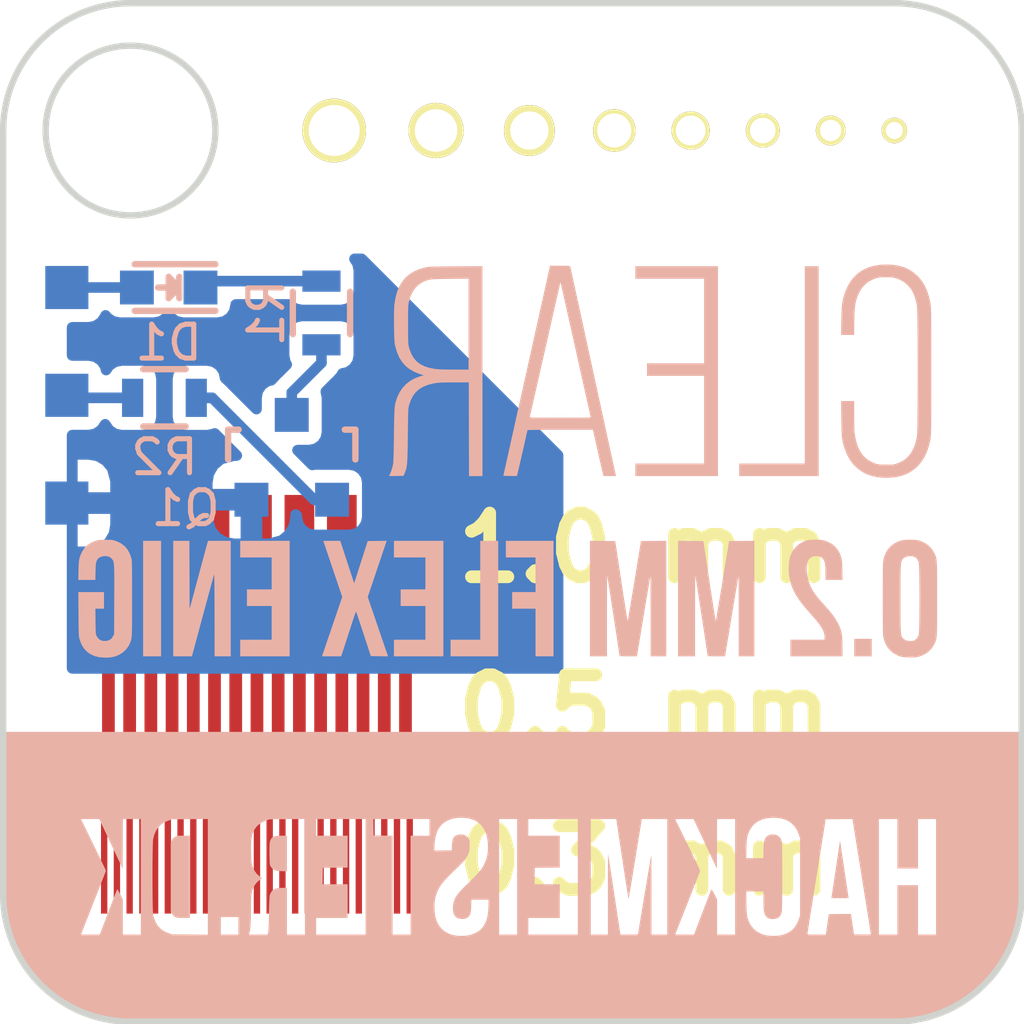
<source format=kicad_pcb>
(kicad_pcb (version 20190905) (host pcbnew "(5.99.0-269-g43ee9d84f)")

  (general
    (thickness 1.6)
    (drawings 16)
    (tracks 13)
    (modules 19)
    (nets 7)
  )

  (page "A4")
  (layers
    (0 "F.Cu" signal)
    (31 "B.Cu" signal)
    (32 "B.Adhes" user)
    (33 "F.Adhes" user)
    (34 "B.Paste" user)
    (35 "F.Paste" user)
    (36 "B.SilkS" user)
    (37 "F.SilkS" user)
    (38 "B.Mask" user)
    (39 "F.Mask" user)
    (40 "Dwgs.User" user hide)
    (41 "Cmts.User" user)
    (42 "Eco1.User" user)
    (43 "Eco2.User" user)
    (44 "Edge.Cuts" user)
    (45 "Margin" user)
    (46 "B.CrtYd" user)
    (47 "F.CrtYd" user)
    (48 "B.Fab" user)
    (49 "F.Fab" user)
  )

  (setup
    (last_trace_width 0.25)
    (user_trace_width 0.1524)
    (user_trace_width 0.1778)
    (user_trace_width 0.2032)
    (user_trace_width 0.254)
    (user_trace_width 0.508)
    (user_trace_width 0.762)
    (user_trace_width 0.9906)
    (user_trace_width 1.4986)
    (trace_clearance 0.1524)
    (zone_clearance 0.3)
    (zone_45_only no)
    (trace_min 0.1524)
    (via_size 0.6)
    (via_drill 0.4)
    (via_min_size 0.4)
    (via_min_drill 0.3)
    (uvia_size 0.3)
    (uvia_drill 0.1)
    (uvias_allowed no)
    (uvia_min_size 0.2)
    (uvia_min_drill 0.1)
    (max_error 0.005)
    (defaults
      (edge_clearance 0.01)
      (edge_cuts_line_width 0.15)
      (courtyard_line_width 0.05)
      (copper_line_width 0.2)
      (copper_text_dims (size 1.5 1.5) (thickness 0.3))
      (silk_line_width 0.15)
      (silk_text_dims (size 1 1) (thickness 0.15))
      (other_layers_line_width 0.1)
      (other_layers_text_dims (size 1 1) (thickness 0.15))
    )
    (pad_size 0.6 0.6)
    (pad_drill 0.4)
    (pad_to_mask_clearance 0.2)
    (aux_axis_origin 88 88)
    (visible_elements FFFFFF7F)
    (pcbplotparams
      (layerselection 0x010f0_ffffffff)
      (usegerberextensions true)
      (usegerberattributes false)
      (usegerberadvancedattributes false)
      (creategerberjobfile false)
      (excludeedgelayer true)
      (linewidth 0.100000)
      (plotframeref false)
      (viasonmask false)
      (mode 1)
      (useauxorigin true)
      (hpglpennumber 1)
      (hpglpenspeed 20)
      (hpglpendiameter 15.000000)
      (psnegative false)
      (psa4output false)
      (plotreference true)
      (plotvalue true)
      (plotinvisibletext false)
      (padsonsilk false)
      (subtractmaskfromsilk false)
      (outputformat 1)
      (mirror false)
      (drillshape 0)
      (scaleselection 1)
      (outputdirectory "../Gerber/Clear 0.2mm Flex ENIG/")
    )
  )

  (net 0 "")
  (net 1 "VCC")
  (net 2 "Net-(D1-Pad1)")
  (net 3 "Net-(P1-Pad1)")
  (net 4 "GND")
  (net 5 "Net-(Q1-Pad1)")
  (net 6 "Net-(Q1-Pad3)")

  (net_class "Default" "This is the default net class."
    (clearance 0.1524)
    (trace_width 0.25)
    (via_dia 0.6)
    (via_drill 0.4)
    (uvia_dia 0.3)
    (uvia_drill 0.1)
    (add_net "GND")
    (add_net "Net-(D1-Pad1)")
    (add_net "Net-(P1-Pad1)")
    (add_net "Net-(Q1-Pad1)")
    (add_net "Net-(Q1-Pad3)")
    (add_net "VCC")
  )

  (module "Measurements:Spacing_Template_1.0mm" (layer "F.Cu") (tedit 57AE4846) (tstamp 5DB62AE0)
    (at 93.98 100.838)
    (fp_text reference "REF**" (at 0 2.54) (layer "F.SilkS") hide
      (effects (font (size 1 1) (thickness 0.15)))
    )
    (fp_text value "Spacing_Template_1.0mm" (at 0 -2.54) (layer "F.Fab") hide
      (effects (font (size 1 1) (thickness 0.15)))
    )
    (pad "1" smd rect (at -3 0) (size 0.7 2.5) (layers "F.Cu" "F.Paste" "F.Mask"))
    (pad "1" smd rect (at -2 0) (size 0.7 2.5) (layers "F.Cu" "F.Paste" "F.Mask"))
    (pad "1" smd rect (at -1 0) (size 0.7 2.5) (layers "F.Cu" "F.Paste" "F.Mask"))
    (pad "1" smd rect (at 3 0) (size 0.7 2.5) (layers "F.Cu" "F.Paste" "F.Mask"))
    (pad "1" smd rect (at 2 0) (size 0.7 2.5) (layers "F.Cu" "F.Paste" "F.Mask"))
    (pad "1" smd rect (at 1 0) (size 0.7 2.5) (layers "F.Cu" "F.Paste" "F.Mask"))
    (pad "1" smd rect (at 0 0) (size 0.7 2.5) (layers "F.Cu" "F.Paste" "F.Mask"))
  )

  (module "Measurements:Spacing_Template_0.5mm" (layer "F.Cu") (tedit 57AE49B6) (tstamp 5DB62A45)
    (at 93.98 104.648)
    (fp_text reference "REF**" (at 0 2.85) (layer "F.SilkS") hide
      (effects (font (size 1 1) (thickness 0.15)))
    )
    (fp_text value "Spacing_Template_0.5mm" (at 0 -2.8) (layer "F.Fab") hide
      (effects (font (size 1 1) (thickness 0.15)))
    )
    (pad "1" smd rect (at -3.5 0) (size 0.3 2.5) (layers "F.Cu" "F.Paste" "F.Mask"))
    (pad "1" smd rect (at -3 0) (size 0.3 2.5) (layers "F.Cu" "F.Paste" "F.Mask"))
    (pad "1" smd rect (at -2.5 0) (size 0.3 2.5) (layers "F.Cu" "F.Paste" "F.Mask"))
    (pad "1" smd rect (at -2 0) (size 0.3 2.5) (layers "F.Cu" "F.Paste" "F.Mask"))
    (pad "1" smd rect (at -1.5 0) (size 0.3 2.5) (layers "F.Cu" "F.Paste" "F.Mask"))
    (pad "1" smd rect (at -1 0) (size 0.3 2.5) (layers "F.Cu" "F.Paste" "F.Mask"))
    (pad "1" smd rect (at -0.5 0) (size 0.3 2.5) (layers "F.Cu" "F.Paste" "F.Mask"))
    (pad "1" smd rect (at 3.5 0) (size 0.3 2.5) (layers "F.Cu" "F.Paste" "F.Mask"))
    (pad "1" smd rect (at 3 0) (size 0.3 2.5) (layers "F.Cu" "F.Paste" "F.Mask"))
    (pad "1" smd rect (at 2.5 0) (size 0.3 2.5) (layers "F.Cu" "F.Paste" "F.Mask"))
    (pad "1" smd rect (at 2 0) (size 0.3 2.5) (layers "F.Cu" "F.Paste" "F.Mask"))
    (pad "1" smd rect (at 1.5 0) (size 0.3 2.5) (layers "F.Cu" "F.Paste" "F.Mask"))
    (pad "1" smd rect (at 1 0) (size 0.3 2.5) (layers "F.Cu" "F.Paste" "F.Mask"))
    (pad "1" smd rect (at 0.5 0) (size 0.3 2.5) (layers "F.Cu" "F.Paste" "F.Mask"))
    (pad "1" smd rect (at 0 0) (size 0.3 2.5) (layers "F.Cu" "F.Paste" "F.Mask"))
  )

  (module "Measurements:Spacing_Template_0.3mm" (layer "F.Cu") (tedit 5DB61E36) (tstamp 5DB6296A)
    (at 93.98 108.204)
    (fp_text reference "REF**" (at 0 2.5) (layer "F.SilkS") hide
      (effects (font (size 1 1) (thickness 0.15)))
    )
    (fp_text value "Spacing_Template_0.3mm" (at 0 -2.5) (layer "F.Fab") hide
      (effects (font (size 1 1) (thickness 0.15)))
    )
    (pad "1" smd rect (at 3.6 0) (size 0.15 2.5) (layers "F.Cu" "F.Paste" "F.Mask"))
    (pad "1" smd rect (at 3.3 0) (size 0.15 2.5) (layers "F.Cu" "F.Paste" "F.Mask"))
    (pad "1" smd rect (at 3 0) (size 0.15 2.5) (layers "F.Cu" "F.Paste" "F.Mask"))
    (pad "1" smd rect (at 2.7 0) (size 0.15 2.5) (layers "F.Cu" "F.Paste" "F.Mask"))
    (pad "1" smd rect (at 2.4 0) (size 0.15 2.5) (layers "F.Cu" "F.Paste" "F.Mask"))
    (pad "1" smd rect (at 2.1 0) (size 0.15 2.5) (layers "F.Cu" "F.Paste" "F.Mask"))
    (pad "1" smd rect (at 1.8 0) (size 0.15 2.5) (layers "F.Cu" "F.Paste" "F.Mask"))
    (pad "1" smd rect (at 1.5 0) (size 0.15 2.5) (layers "F.Cu" "F.Paste" "F.Mask"))
    (pad "1" smd rect (at 1.2 0) (size 0.15 2.5) (layers "F.Cu" "F.Paste" "F.Mask"))
    (pad "1" smd rect (at 0.9 0) (size 0.15 2.5) (layers "F.Cu" "F.Paste" "F.Mask"))
    (pad "1" smd rect (at 0.6 0) (size 0.15 2.5) (layers "F.Cu" "F.Paste" "F.Mask"))
    (pad "1" smd rect (at 0.3 0) (size 0.15 2.5) (layers "F.Cu" "F.Paste" "F.Mask"))
    (pad "1" smd rect (at -3.6 0) (size 0.15 2.5) (layers "F.Cu" "F.Paste" "F.Mask"))
    (pad "1" smd rect (at -3.3 0) (size 0.15 2.5) (layers "F.Cu" "F.Paste" "F.Mask"))
    (pad "1" smd rect (at -3 0) (size 0.15 2.5) (layers "F.Cu" "F.Paste" "F.Mask"))
    (pad "1" smd rect (at -2.7 0) (size 0.15 2.5) (layers "F.Cu" "F.Paste" "F.Mask"))
    (pad "1" smd rect (at -2.4 0) (size 0.15 2.5) (layers "F.Cu" "F.Paste" "F.Mask"))
    (pad "1" smd rect (at -2.1 0) (size 0.15 2.5) (layers "F.Cu" "F.Paste" "F.Mask"))
    (pad "1" smd rect (at -1.8 0) (size 0.15 2.5) (layers "F.Cu" "F.Paste" "F.Mask"))
    (pad "1" smd rect (at -1.5 0) (size 0.15 2.5) (layers "F.Cu" "F.Paste" "F.Mask"))
    (pad "1" smd rect (at -1.2 0) (size 0.15 2.5) (layers "F.Cu" "F.Paste" "F.Mask"))
    (pad "1" smd rect (at -0.9 0) (size 0.15 2.5) (layers "F.Cu" "F.Paste" "F.Mask"))
    (pad "1" smd rect (at -0.6 0) (size 0.15 2.5) (layers "F.Cu" "F.Paste" "F.Mask"))
    (pad "1" smd rect (at -0.3 0) (size 0.15 2.5) (layers "F.Cu" "F.Paste" "F.Mask"))
    (pad "1" smd rect (at 0 0) (size 0.15 2.5) (layers "F.Cu" "F.Paste" "F.Mask"))
  )

  (module "Aesthetics:Sample-Clear-0.2mm-flex-enig" (layer "B.Cu") (tedit 0) (tstamp 5DB62029)
    (at 100.0252 102.5652 180)
    (fp_text reference "G***" (at 0 0) (layer "B.SilkS") hide
      (effects (font (size 1.524 1.524) (thickness 0.3)) (justify mirror))
    )
    (fp_text value "LOGO" (at 0.75 0) (layer "B.SilkS") hide
      (effects (font (size 1.524 1.524) (thickness 0.3)) (justify mirror))
    )
    (fp_poly (pts (xy 7.839397 -5.052741) (xy 7.883698 -5.053943) (xy 7.915538 -5.056606) (xy 7.939278 -5.06127)
      (xy 7.959279 -5.068473) (xy 7.976619 -5.077009) (xy 8.015049 -5.104167) (xy 8.043877 -5.142591)
      (xy 8.049782 -5.15352) (xy 8.076522 -5.205481) (xy 8.076522 -6.837805) (xy 8.049782 -6.889766)
      (xy 8.022039 -6.931809) (xy 7.986423 -6.960778) (xy 7.976619 -6.966277) (xy 7.956367 -6.976068)
      (xy 7.936086 -6.982859) (xy 7.911415 -6.98719) (xy 7.877996 -6.989601) (xy 7.831466 -6.990632)
      (xy 7.778276 -6.990826) (xy 7.626355 -6.990826) (xy 7.626355 -5.05246) (xy 7.778276 -5.05246)) (layer "B.SilkS") (width 0))
    (fp_poly (pts (xy 5.533208 -5.053574) (xy 5.586272 -5.057483) (xy 5.626093 -5.065038) (xy 5.656599 -5.077093)
      (xy 5.681715 -5.094499) (xy 5.689558 -5.101627) (xy 5.708203 -5.121758) (xy 5.72283 -5.144086)
      (xy 5.733858 -5.171283) (xy 5.741708 -5.206024) (xy 5.746798 -5.250978) (xy 5.74955 -5.30882)
      (xy 5.750384 -5.382222) (xy 5.749718 -5.473856) (xy 5.749592 -5.483626) (xy 5.748466 -5.563246)
      (xy 5.74727 -5.624664) (xy 5.745708 -5.670865) (xy 5.743483 -5.704831) (xy 5.740296 -5.729545)
      (xy 5.735851 -5.747988) (xy 5.72985 -5.763144) (xy 5.721996 -5.777996) (xy 5.71988 -5.78171)
      (xy 5.685063 -5.825582) (xy 5.646284 -5.855444) (xy 5.624025 -5.867368) (xy 5.601997 -5.875568)
      (xy 5.575214 -5.880942) (xy 5.538692 -5.88439) (xy 5.487445 -5.88681) (xy 5.468751 -5.88746)
      (xy 5.338449 -5.891798) (xy 5.338449 -5.05246) (xy 5.462977 -5.05246)) (layer "B.SilkS") (width 0))
    (fp_poly (pts (xy -7.692098 -5.182593) (xy -7.687379 -5.212352) (xy -7.680109 -5.259494) (xy -7.670558 -5.322231)
      (xy -7.658996 -5.398775) (xy -7.645693 -5.487338) (xy -7.630918 -5.586134) (xy -7.614942 -5.693374)
      (xy -7.598034 -5.807271) (xy -7.595306 -5.825688) (xy -7.578166 -5.941224) (xy -7.561832 -6.05097)
      (xy -7.546584 -6.153059) (xy -7.532705 -6.245625) (xy -7.520475 -6.326799) (xy -7.510176 -6.394716)
      (xy -7.50209 -6.447507) (xy -7.496498 -6.483306) (xy -7.49368 -6.500246) (xy -7.493539 -6.500938)
      (xy -7.488254 -6.524771) (xy -7.897556 -6.524771) (xy -7.820511 -6.008403) (xy -7.804287 -5.89961)
      (xy -7.788213 -5.791714) (xy -7.772723 -5.687634) (xy -7.758251 -5.590289) (xy -7.745231 -5.502599)
      (xy -7.734095 -5.427484) (xy -7.725279 -5.367862) (xy -7.719836 -5.330886) (xy -7.711582 -5.275659)
      (xy -7.704295 -5.228884) (xy -7.698544 -5.194078) (xy -7.694903 -5.174752) (xy -7.693997 -5.172004)) (layer "B.SilkS") (width 0))
    (fp_poly (pts (xy 1.358445 8.365017) (xy 1.490548 8.364107) (xy 1.603315 8.363217) (xy 1.698591 8.36228)
      (xy 1.778224 8.36123) (xy 1.844062 8.360001) (xy 1.89795 8.358527) (xy 1.941737 8.356741)
      (xy 1.977269 8.354578) (xy 2.006393 8.351971) (xy 2.030956 8.348854) (xy 2.052806 8.345161)
      (xy 2.073789 8.340825) (xy 2.08136 8.339123) (xy 2.221337 8.298896) (xy 2.345589 8.245411)
      (xy 2.454489 8.17821) (xy 2.548412 8.096837) (xy 2.627731 8.000834) (xy 2.692821 7.889743)
      (xy 2.744055 7.763106) (xy 2.781808 7.620465) (xy 2.806453 7.461364) (xy 2.807615 7.450393)
      (xy 2.811532 7.396248) (xy 2.81425 7.322058) (xy 2.815751 7.228929) (xy 2.81602 7.117968)
      (xy 2.815043 6.99028) (xy 2.814629 6.957858) (xy 2.813094 6.854883) (xy 2.811482 6.770447)
      (xy 2.809646 6.701905) (xy 2.807436 6.646613) (xy 2.804703 6.601924) (xy 2.801298 6.565194)
      (xy 2.797073 6.533778) (xy 2.79188 6.505031) (xy 2.788177 6.487698) (xy 2.748932 6.347911)
      (xy 2.697127 6.224866) (xy 2.632031 6.117735) (xy 2.552914 6.025688) (xy 2.459046 5.947893)
      (xy 2.349697 5.883522) (xy 2.224137 5.831744) (xy 2.205702 5.825608) (xy 2.118201 5.797244)
      (xy 2.197629 5.774165) (xy 2.323781 5.727213) (xy 2.437199 5.663731) (xy 2.537 5.584528)
      (xy 2.622299 5.490408) (xy 2.692215 5.382179) (xy 2.738741 5.280081) (xy 2.752617 5.242974)
      (xy 2.764561 5.208862) (xy 2.77474 5.175843) (xy 2.783324 5.142015) (xy 2.790479 5.105475)
      (xy 2.796375 5.064323) (xy 2.801178 5.016655) (xy 2.805058 4.960569) (xy 2.808181 4.894165)
      (xy 2.810716 4.815539) (xy 2.812831 4.722789) (xy 2.814694 4.614014) (xy 2.816473 4.487312)
      (xy 2.81778 4.385154) (xy 2.81961 4.246818) (xy 2.821402 4.12803) (xy 2.823213 4.027154)
      (xy 2.825099 3.942554) (xy 2.827118 3.872595) (xy 2.829324 3.81564) (xy 2.831776 3.770054)
      (xy 2.834529 3.734201) (xy 2.83764 3.706444) (xy 2.841165 3.685149) (xy 2.842088 3.680776)
      (xy 2.857205 3.620194) (xy 2.875017 3.560987) (xy 2.893617 3.508771) (xy 2.911095 3.469157)
      (xy 2.918286 3.456631) (xy 2.929953 3.436866) (xy 2.934028 3.426674) (xy 2.924026 3.424854)
      (xy 2.896365 3.423617) (xy 2.854564 3.423025) (xy 2.802143 3.42314) (xy 2.762195 3.423653)
      (xy 2.590362 3.426564) (xy 2.561255 3.49659) (xy 2.548891 3.527385) (xy 2.538208 3.557202)
      (xy 2.529059 3.58784) (xy 2.521301 3.621093) (xy 2.514787 3.658759) (xy 2.509373 3.702635)
      (xy 2.504914 3.754516) (xy 2.501264 3.816201) (xy 2.498278 3.889484) (xy 2.495811 3.976163)
      (xy 2.493718 4.078035) (xy 2.491853 4.196896) (xy 2.490073 4.334543) (xy 2.48947 4.385154)
      (xy 2.487895 4.516949) (xy 2.486457 4.629364) (xy 2.485079 4.724201) (xy 2.483682 4.803264)
      (xy 2.482191 4.868355) (xy 2.480528 4.921278) (xy 2.478615 4.963835) (xy 2.476376 4.997829)
      (xy 2.473733 5.025063) (xy 2.470609 5.04734) (xy 2.466927 5.066463) (xy 2.462609 5.084235)
      (xy 2.458969 5.097545) (xy 2.418593 5.213501) (xy 2.36666 5.313257) (xy 2.302052 5.397764)
      (xy 2.223655 5.467975) (xy 2.130352 5.52484) (xy 2.021027 5.56931) (xy 1.894565 5.602338)
      (xy 1.858924 5.609136) (xy 1.824302 5.614644) (xy 1.787157 5.61904) (xy 1.744648 5.622447)
      (xy 1.693931 5.624988) (xy 1.632165 5.626786) (xy 1.556507 5.627964) (xy 1.464115 5.628646)
      (xy 1.403461 5.628859) (xy 1.05392 5.629733) (xy 1.051223 4.5255) (xy 1.048526 3.421268)
      (xy 0.730859 3.421268) (xy 0.730859 5.93161) (xy 1.059216 5.93161) (xy 1.406109 5.931672)
      (xy 1.520345 5.932048) (xy 1.615709 5.933184) (xy 1.694503 5.935161) (xy 1.75903 5.938061)
      (xy 1.81159 5.941965) (xy 1.854487 5.946952) (xy 1.858924 5.947602) (xy 1.98874 5.973564)
      (xy 2.101096 6.010504) (xy 2.197238 6.059453) (xy 2.278409 6.121443) (xy 2.345853 6.197504)
      (xy 2.400816 6.288667) (xy 2.444542 6.395963) (xy 2.459643 6.445329) (xy 2.465379 6.466472)
      (xy 2.470113 6.486691) (xy 2.473941 6.5082) (xy 2.47696 6.533211) (xy 2.479269 6.563939)
      (xy 2.480964 6.602597) (xy 2.482143 6.651399) (xy 2.482903 6.712558) (xy 2.483341 6.788288)
      (xy 2.483556 6.880802) (xy 2.483643 6.990826) (xy 2.48366 7.102123) (xy 2.483529 7.194494)
      (xy 2.483154 7.270199) (xy 2.482437 7.331495) (xy 2.48128 7.380641) (xy 2.479586 7.419896)
      (xy 2.477256 7.451518) (xy 2.474195 7.477766) (xy 2.470303 7.500899) (xy 2.465484 7.523175)
      (xy 2.45964 7.546853) (xy 2.459625 7.546914) (xy 2.420389 7.668146) (xy 2.368535 7.773498)
      (xy 2.304464 7.862421) (xy 2.228574 7.934362) (xy 2.141265 7.988772) (xy 2.138142 7.990287)
      (xy 2.101892 8.007411) (xy 2.06913 8.021662) (xy 2.037485 8.033328) (xy 2.004584 8.042694)
      (xy 1.968056 8.050047) (xy 1.925528 8.055673) (xy 1.87463 8.059858) (xy 1.812989 8.062889)
      (xy 1.738233 8.065052) (xy 1.64799 8.066634) (xy 1.539889 8.06792) (xy 1.490847 8.068418)
      (xy 1.059216 8.072706) (xy 1.059216 5.93161) (xy 0.730859 5.93161) (xy 0.730859 8.369165)) (layer "B.SilkS") (width 0))
    (fp_poly (pts (xy -0.847728 8.32279) (xy -0.844371 8.307431) (xy -0.836623 8.272325) (xy -0.824691 8.218406)
      (xy -0.808781 8.146606) (xy -0.789102 8.057857) (xy -0.765861 7.953092) (xy -0.739263 7.833244)
      (xy -0.709518 7.699246) (xy -0.67683 7.55203) (xy -0.641409 7.392529) (xy -0.60346 7.221676)
      (xy -0.563191 7.040403) (xy -0.52081 6.849644) (xy -0.476522 6.65033) (xy -0.430535 6.443395)
      (xy -0.383057 6.229771) (xy -0.334295 6.010391) (xy -0.297946 5.846872) (xy 0.240098 3.426564)
      (xy 0.081495 3.423632) (xy 0.025736 3.422942) (xy -0.022164 3.422994) (xy -0.058379 3.423735)
      (xy -0.079081 3.425109) (xy -0.082385 3.425977) (xy -0.085489 3.436793) (xy -0.092696 3.465926)
      (xy -0.103469 3.511021) (xy -0.117269 3.569725) (xy -0.133561 3.639683) (xy -0.151808 3.718543)
      (xy -0.171471 3.80395) (xy -0.192014 3.893551) (xy -0.212899 3.984992) (xy -0.23359 4.075918)
      (xy -0.253549 4.163977) (xy -0.27224 4.246815) (xy -0.289125 4.322077) (xy -0.303666 4.38741)
      (xy -0.315327 4.440461) (xy -0.323571 4.478875) (xy -0.32786 4.500298) (xy -0.328357 4.503806)
      (xy -0.338672 4.505184) (xy -0.368509 4.506493) (xy -0.416207 4.507713) (xy -0.480102 4.508827)
      (xy -0.558534 4.509817) (xy -0.64984 4.510664) (xy -0.752357 4.51135) (xy -0.864425 4.511856)
      (xy -0.98438 4.512166) (xy -1.099433 4.51226) (xy -1.87051 4.51226) (xy -1.985663 4.001188)
      (xy -2.008677 3.899184) (xy -2.030532 3.802577) (xy -2.050739 3.713516) (xy -2.068807 3.634149)
      (xy -2.084246 3.566624) (xy -2.096565 3.513089) (xy -2.105276 3.475692) (xy -2.109887 3.456581)
      (xy -2.110122 3.455692) (xy -2.119428 3.421268) (xy -2.417309 3.421268) (xy -2.411344 3.4451)
      (xy -2.408571 3.457506) (xy -2.401491 3.489695) (xy -2.390302 3.540755) (xy -2.375205 3.609768)
      (xy -2.356399 3.695822) (xy -2.334084 3.797999) (xy -2.308459 3.915387) (xy -2.279724 4.047069)
      (xy -2.248079 4.19213) (xy -2.213723 4.349657) (xy -2.176855 4.518733) (xy -2.137675 4.698444)
      (xy -2.112671 4.813155) (xy -1.817699 4.813155) (xy -1.815027 4.810032) (xy -1.807973 4.807377)
      (xy -1.795074 4.805152) (xy -1.774871 4.80332) (xy -1.745902 4.801842) (xy -1.706707 4.800681)
      (xy -1.655825 4.7998) (xy -1.591795 4.799159) (xy -1.513156 4.798722) (xy -1.418447 4.798451)
      (xy -1.306208 4.798307) (xy -1.174978 4.798253) (xy -1.101585 4.798249) (xy -0.960281 4.798271)
      (xy -0.838701 4.798365) (xy -0.735383 4.798568) (xy -0.648865 4.798918) (xy -0.577687 4.799452)
      (xy -0.520387 4.800208) (xy -0.475503 4.801225) (xy -0.441575 4.80254) (xy -0.417141 4.80419)
      (xy -0.40074 4.806214) (xy -0.390911 4.80865) (xy -0.386193 4.811535) (xy -0.385123 4.814907)
      (xy -0.3855 4.816785) (xy -0.388336 4.828696) (xy -0.395538 4.859888) (xy -0.406794 4.908982)
      (xy -0.421791 4.974596) (xy -0.440214 5.055351) (xy -0.461752 5.149867) (xy -0.48609 5.256764)
      (xy -0.512916 5.374662) (xy -0.541916 5.502181) (xy -0.572777 5.637942) (xy -0.605187 5.780563)
      (xy -0.638831 5.928666) (xy -0.673396 6.080869) (xy -0.70857 6.235794) (xy -0.744039 6.39206)
      (xy -0.77949 6.548287) (xy -0.81461 6.703095) (xy -0.849085 6.855104) (xy -0.882603 7.002934)
      (xy -0.91485 7.145206) (xy -0.945513 7.280539) (xy -0.974279 7.407553) (xy -1.000834 7.524869)
      (xy -1.024865 7.631105) (xy -1.04606 7.724883) (xy -1.064105 7.804823) (xy -1.078687 7.869543)
      (xy -1.089492 7.917665) (xy -1.096208 7.947809) (xy -1.09836 7.957728) (xy -1.103835 7.977513)
      (xy -1.108376 7.983228) (xy -1.111089 7.972615) (xy -1.11814 7.942448) (xy -1.129277 7.893853)
      (xy -1.144245 7.827957) (xy -1.162793 7.745886) (xy -1.184668 7.648768) (xy -1.209617 7.537728)
      (xy -1.237386 7.413894) (xy -1.267724 7.278392) (xy -1.300377 7.132348) (xy -1.335093 6.97689)
      (xy -1.371618 6.813144) (xy -1.409701 6.642236) (xy -1.449088 6.465294) (xy -1.461994 6.407277)
      (xy -1.501798 6.228361) (xy -1.540399 6.054948) (xy -1.577543 5.88818) (xy -1.612974 5.729196)
      (xy -1.646438 5.579138) (xy -1.67768 5.439145) (xy -1.706444 5.310357) (xy -1.732477 5.193916)
      (xy -1.755522 5.090962) (xy -1.775326 5.002636) (xy -1.791633 4.930077) (xy -1.804188 4.874427)
      (xy -1.812737 4.836825) (xy -1.817025 4.818412) (xy -1.817448 4.816785) (xy -1.817699 4.813155)
      (xy -2.112671 4.813155) (xy -2.096383 4.887876) (xy -2.053179 5.086112) (xy -2.008261 5.292238)
      (xy -1.96183 5.505339) (xy -1.914086 5.7245) (xy -1.87474 5.905129) (xy -1.826094 6.128439)
      (xy -1.778604 6.346387) (xy -1.73247 6.55806) (xy -1.687891 6.762546) (xy -1.645066 6.958932)
      (xy -1.604194 7.146308) (xy -1.565475 7.323759) (xy -1.529108 7.490374) (xy -1.495293 7.64524)
      (xy -1.464227 7.787446) (xy -1.436111 7.916078) (xy -1.411144 8.030225) (xy -1.389526 8.128973)
      (xy -1.371454 8.211412) (xy -1.357129 8.276628) (xy -1.346751 8.323709) (xy -1.340517 8.351742)
      (xy -1.338642 8.359862) (xy -1.335335 8.365893) (xy -1.32769 8.370461) (xy -1.313092 8.373768)
      (xy -1.288926 8.376013) (xy -1.252579 8.377397) (xy -1.201433 8.378119) (xy -1.132876 8.378379)
      (xy -1.096326 8.378399) (xy -0.859467 8.378399)) (layer "B.SilkS") (width 0))
    (fp_poly (pts (xy -2.870475 8.071226) (xy -4.491076 8.071226) (xy -4.491076 6.0799) (xy -3.145871 6.0799)
      (xy -3.145871 5.783319) (xy -4.491076 5.783319) (xy -4.491076 3.717848) (xy -2.870475 3.717848)
      (xy -2.870475 3.421268) (xy -4.819433 3.421268) (xy -4.819433 8.367806) (xy -2.870475 8.367806)) (layer "B.SilkS") (width 0))
    (fp_poly (pts (xy -6.86372 3.717848) (xy -5.317264 3.717848) (xy -5.317264 3.421268) (xy -7.192077 3.421268)
      (xy -7.192077 8.367806) (xy -6.86372 8.367806)) (layer "B.SilkS") (width 0))
    (fp_poly (pts (xy -8.671576 8.404345) (xy -8.521049 8.3843) (xy -8.382548 8.347032) (xy -8.256341 8.292721)
      (xy -8.142695 8.221546) (xy -8.041878 8.133688) (xy -7.954158 8.029327) (xy -7.879804 7.908641)
      (xy -7.819082 7.771813) (xy -7.798189 7.711093) (xy -7.780284 7.652255) (xy -7.765673 7.597461)
      (xy -7.753981 7.543489) (xy -7.744833 7.487115) (xy -7.737853 7.425115) (xy -7.732665 7.354266)
      (xy -7.728894 7.271344) (xy -7.726163 7.173126) (xy -7.724426 7.078211) (xy -7.719288 6.747206)
      (xy -8.026358 6.747206) (xy -8.031581 7.057027) (xy -8.033941 7.168883) (xy -8.037168 7.262756)
      (xy -8.041645 7.341839) (xy -8.047756 7.409327) (xy -8.055885 7.468416) (xy -8.066416 7.522299)
      (xy -8.079733 7.574171) (xy -8.09622 7.627228) (xy -8.102239 7.64501) (xy -8.151759 7.760162)
      (xy -8.215677 7.859909) (xy -8.293704 7.943977) (xy -8.385551 8.012091) (xy -8.49093 8.063976)
      (xy -8.569057 8.08955) (xy -8.623965 8.099829) (xy -8.693062 8.106113) (xy -8.769738 8.108423)
      (xy -8.847381 8.106777) (xy -8.91938 8.101193) (xy -8.979124 8.091692) (xy -8.992744 8.088335)
      (xy -9.10148 8.048463) (xy -9.200589 7.991766) (xy -9.287452 7.920194) (xy -9.359449 7.835696)
      (xy -9.38477 7.796574) (xy -9.423187 7.720162) (xy -9.457695 7.629405) (xy -9.486053 7.531077)
      (xy -9.506021 7.431952) (xy -9.506575 7.428319) (xy -9.509025 7.401126) (xy -9.511291 7.354318)
      (xy -9.513372 7.289453) (xy -9.515268 7.208089) (xy -9.516979 7.111784) (xy -9.518505 7.002098)
      (xy -9.519846 6.880588) (xy -9.521001 6.748812) (xy -9.521971 6.608329) (xy -9.522754 6.460698)
      (xy -9.523351 6.307477) (xy -9.523762 6.150224) (xy -9.523986 5.990498) (xy -9.524024 5.829857)
      (xy -9.523874 5.669859) (xy -9.523538 5.512064) (xy -9.523014 5.358028) (xy -9.522302 5.209311)
      (xy -9.521403 5.067471) (xy -9.520315 4.934066) (xy -9.51904 4.810656) (xy -9.517576 4.698797)
      (xy -9.515923 4.600049) (xy -9.514082 4.51597) (xy -9.512052 4.448118) (xy -9.509832 4.398052)
      (xy -9.507424 4.36733) (xy -9.506969 4.36397) (xy -9.478425 4.226984) (xy -9.43668 4.103679)
      (xy -9.382296 3.995087) (xy -9.315837 3.902238) (xy -9.237864 3.826164) (xy -9.197284 3.796421)
      (xy -9.157537 3.773393) (xy -9.107175 3.748847) (xy -9.055852 3.727419) (xy -9.046173 3.723862)
      (xy -9.011559 3.711833) (xy -8.982602 3.703239) (xy -8.954601 3.697512) (xy -8.922855 3.694087)
      (xy -8.882665 3.692398) (xy -8.829329 3.691878) (xy -8.780901 3.691908) (xy -8.714141 3.692306)
      (xy -8.663812 3.693522) (xy -8.625164 3.696084) (xy -8.593445 3.700521) (xy -8.563905 3.707361)
      (xy -8.531793 3.717131) (xy -8.520562 3.720841) (xy -8.412808 3.767272) (xy -8.318335 3.830181)
      (xy -8.237181 3.90951) (xy -8.169385 4.005204) (xy -8.114982 4.117205) (xy -8.074011 4.245457)
      (xy -8.046508 4.389905) (xy -8.039779 4.447181) (xy -8.036931 4.486771) (xy -8.03436 4.543607)
      (xy -8.032167 4.61375) (xy -8.030452 4.693264) (xy -8.029317 4.77821) (xy -8.028862 4.86465)
      (xy -8.028857 4.873516) (xy -8.028857 5.190158) (xy -7.719598 5.190158) (xy -7.724366 4.785008)
      (xy -7.725997 4.665683) (xy -7.728034 4.564806) (xy -7.730762 4.479645) (xy -7.734466 4.407465)
      (xy -7.739432 4.345531) (xy -7.745946 4.291108) (xy -7.754292 4.241463) (xy -7.764758 4.193861)
      (xy -7.777627 4.145568) (xy -7.793185 4.093848) (xy -7.798189 4.077982) (xy -7.853145 3.935052)
      (xy -7.922039 3.807845) (xy -8.004562 3.696633) (xy -8.100405 3.601689) (xy -8.209259 3.523284)
      (xy -8.330813 3.46169) (xy -8.464758 3.41718) (xy -8.575668 3.394791) (xy -8.669536 3.384756)
      (xy -8.772491 3.380696) (xy -8.875698 3.382618) (xy -8.970325 3.390529) (xy -8.99804 3.394436)
      (xy -9.136454 3.42439) (xy -9.260381 3.46853) (xy -9.37197 3.527926) (xy -9.473369 3.603647)
      (xy -9.53403 3.661294) (xy -9.61495 3.756922) (xy -9.683317 3.863823) (xy -9.740003 3.983898)
      (xy -9.78588 4.119051) (xy -9.821823 4.271182) (xy -9.827264 4.300291) (xy -9.829805 4.315688)
      (xy -9.8321 4.332979) (xy -9.83416 4.353258) (xy -9.835998 4.377618) (xy -9.837626 4.407154)
      (xy -9.839058 4.442959) (xy -9.840305 4.486129) (xy -9.84138 4.537756) (xy -9.842296 4.598936)
      (xy -9.843064 4.670762) (xy -9.843698 4.754327) (xy -9.844209 4.850728) (xy -9.84461 4.961056)
      (xy -9.844915 5.086407) (xy -9.845134 5.227874) (xy -9.845281 5.386552) (xy -9.845367 5.563535)
      (xy -9.845407 5.759916) (xy -9.845413 5.894537) (xy -9.845397 6.103743) (xy -9.845342 6.29286)
      (xy -9.845234 6.46298) (xy -9.845062 6.615197) (xy -9.844813 6.750607) (xy -9.844475 6.870303)
      (xy -9.844034 6.975379) (xy -9.843479 7.06693) (xy -9.842798 7.146049) (xy -9.841977 7.21383)
      (xy -9.841004 7.271367) (xy -9.839867 7.319755) (xy -9.838553 7.360088) (xy -9.837051 7.393459)
      (xy -9.835346 7.420964) (xy -9.833428 7.443695) (xy -9.831283 7.462747) (xy -9.828899 7.479214)
      (xy -9.827264 7.488783) (xy -9.79205 7.647257) (xy -9.746339 7.788382) (xy -9.689449 7.913584)
      (xy -9.620693 8.024291) (xy -9.539388 8.121928) (xy -9.508837 8.152332) (xy -9.414568 8.231482)
      (xy -9.314114 8.294789) (xy -9.205047 8.343169) (xy -9.084942 8.377537) (xy -8.951372 8.398808)
      (xy -8.833861 8.406987)) (layer "B.SilkS") (width 0))
    (fp_poly (pts (xy 8.72794 -0.826189) (xy 8.304254 -0.826189) (xy 8.304254 1.895997) (xy 8.72794 1.895997)) (layer "B.SilkS") (width 0))
    (fp_poly (pts (xy 7.206339 1.872164) (xy 7.210024 1.858316) (xy 7.21878 1.825647) (xy 7.232168 1.775792)
      (xy 7.249747 1.710385) (xy 7.271078 1.631062) (xy 7.295722 1.539455) (xy 7.323238 1.4372)
      (xy 7.353188 1.325932) (xy 7.385131 1.207284) (xy 7.418628 1.082891) (xy 7.422066 1.070127)
      (xy 7.631651 0.291921) (xy 7.637081 1.895997) (xy 8.018265 1.895997) (xy 8.018265 -0.826189)
      (xy 7.577525 -0.826189) (xy 7.319599 0.129754) (xy 7.282212 0.268221) (xy 7.246277 0.401117)
      (xy 7.212191 0.526984) (xy 7.180352 0.644361) (xy 7.151157 0.751792) (xy 7.125004 0.847818)
      (xy 7.10229 0.930979) (xy 7.083411 0.999818) (xy 7.068766 1.052875) (xy 7.058752 1.088693)
      (xy 7.053766 1.105813) (xy 7.053401 1.106881) (xy 7.052196 1.099652) (xy 7.051029 1.072674)
      (xy 7.049915 1.027379) (xy 7.048865 0.965202) (xy 7.047895 0.887577) (xy 7.047017 0.795938)
      (xy 7.046244 0.691719) (xy 7.045591 0.576354) (xy 7.04507 0.451278) (xy 7.044695 0.317923)
      (xy 7.044479 0.177725) (xy 7.044458 0.150938) (xy 7.043787 -0.826189) (xy 6.662469 -0.826189)
      (xy 6.662469 1.895997) (xy 7.200198 1.895997)) (layer "B.SilkS") (width 0))
    (fp_poly (pts (xy 6.440033 1.504087) (xy 5.698582 1.504087) (xy 5.698582 0.752043) (xy 6.281151 0.752043)
      (xy 6.281151 0.360133) (xy 5.698582 0.360133) (xy 5.698582 -0.434279) (xy 6.440033 -0.434279)
      (xy 6.440033 -0.826189) (xy 5.274896 -0.826189) (xy 5.274896 1.895997) (xy 6.440033 1.895997)) (layer "B.SilkS") (width 0))
    (fp_poly (pts (xy 3.211704 1.893558) (xy 3.43569 1.890701) (xy 3.75471 0.896837) (xy 3.918476 1.396417)
      (xy 4.082243 1.895997) (xy 4.281363 1.895997) (xy 4.343682 1.895823) (xy 4.398023 1.895341)
      (xy 4.441114 1.894606) (xy 4.469687 1.893675) (xy 4.480469 1.892604) (xy 4.480484 1.892562)
      (xy 4.477184 1.882204) (xy 4.467658 1.853449) (xy 4.452467 1.807966) (xy 4.432174 1.747428)
      (xy 4.407338 1.673503) (xy 4.378522 1.587863) (xy 4.346287 1.492177) (xy 4.311194 1.388116)
      (xy 4.273805 1.27735) (xy 4.258183 1.231099) (xy 4.035883 0.57307) (xy 4.274063 -0.123911)
      (xy 4.313786 -0.240189) (xy 4.351435 -0.350469) (xy 4.386461 -0.453132) (xy 4.418311 -0.546562)
      (xy 4.446436 -0.629141) (xy 4.470285 -0.699253) (xy 4.489307 -0.75528) (xy 4.502953 -0.795605)
      (xy 4.51067 -0.818611) (xy 4.512251 -0.82354) (xy 4.502174 -0.824321) (xy 4.473981 -0.82501)
      (xy 4.430742 -0.825572) (xy 4.375527 -0.825972) (xy 4.311405 -0.826172) (xy 4.286175 -0.826189)
      (xy 4.060089 -0.826189) (xy 3.985093 -0.595809) (xy 3.960695 -0.520835) (xy 3.931638 -0.431502)
      (xy 3.899806 -0.333604) (xy 3.867082 -0.232931) (xy 3.835348 -0.135276) (xy 3.812737 -0.065671)
      (xy 3.78811 0.00946) (xy 3.765425 0.077351) (xy 3.745524 0.135582) (xy 3.72925 0.181731)
      (xy 3.717449 0.213378) (xy 3.710962 0.228104) (xy 3.710109 0.228819) (xy 3.705883 0.218027)
      (xy 3.695709 0.188997) (xy 3.680223 0.143625) (xy 3.660061 0.083808) (xy 3.635858 0.011443)
      (xy 3.60825 -0.071574) (xy 3.577872 -0.163346) (xy 3.545362 -0.261976) (xy 3.5333 -0.298671)
      (xy 3.361759 -0.820892) (xy 3.158961 -0.823768) (xy 2.956163 -0.826643) (xy 3.067406 -0.500707)
      (xy 3.099325 -0.407215) (xy 3.13616 -0.299363) (xy 3.175971 -0.182832) (xy 3.216817 -0.063307)
      (xy 3.256754 0.053532) (xy 3.293843 0.162001) (xy 3.306477 0.198941) (xy 3.434303 0.572652)
      (xy 2.987719 1.896416)) (layer "B.SilkS") (width 0))
    (fp_poly (pts (xy 2.817515 1.504087) (xy 2.076063 1.504087) (xy 2.076063 0.752043) (xy 2.658632 0.752043)
      (xy 2.658632 0.360133) (xy 2.076063 0.360133) (xy 2.076063 -0.434279) (xy 2.817515 -0.434279)
      (xy 2.817515 -0.826189) (xy 1.652377 -0.826189) (xy 1.652377 1.895997) (xy 2.817515 1.895997)) (layer "B.SilkS") (width 0))
    (fp_poly (pts (xy 0.78382 -0.434279) (xy 1.482903 -0.434279) (xy 1.482903 -0.826189) (xy 0.360134 -0.826189)
      (xy 0.360134 1.895997) (xy 0.78382 1.895997)) (layer "B.SilkS") (width 0))
    (fp_poly (pts (xy 0.180067 1.504087) (xy -0.519016 1.504087) (xy -0.519016 0.68849) (xy 0.031777 0.68849)
      (xy 0.031777 0.29658) (xy -0.519016 0.29658) (xy -0.519016 -0.826189) (xy -0.942702 -0.826189)
      (xy -0.942702 1.895997) (xy 0.180067 1.895997)) (layer "B.SilkS") (width 0))
    (fp_poly (pts (xy -1.800667 -0.826189) (xy -2.203169 -0.826189) (xy -2.203169 0.128871) (xy -2.203219 0.268977)
      (xy -2.203363 0.402795) (xy -2.203594 0.528841) (xy -2.203906 0.645631) (xy -2.204291 0.751682)
      (xy -2.204741 0.845508) (xy -2.20525 0.925628) (xy -2.205811 0.990556) (xy -2.206416 1.038809)
      (xy -2.207058 1.068903) (xy -2.207731 1.079354) (xy -2.207757 1.079343) (xy -2.209771 1.068703)
      (xy -2.214692 1.03892) (xy -2.222244 0.991793) (xy -2.232149 0.929124) (xy -2.244132 0.852712)
      (xy -2.257916 0.764358) (xy -2.273223 0.665862) (xy -2.289778 0.559025) (xy -2.307304 0.445646)
      (xy -2.325525 0.327526) (xy -2.344162 0.206465) (xy -2.362941 0.084264) (xy -2.381585 -0.037278)
      (xy -2.399816 -0.156359) (xy -2.417358 -0.27118) (xy -2.433935 -0.37994) (xy -2.44927 -0.480839)
      (xy -2.463086 -0.572077) (xy -2.475107 -0.651853) (xy -2.485056 -0.718367) (xy -2.492656 -0.769819)
      (xy -2.497632 -0.804408) (xy -2.499706 -0.820335) (xy -2.49975 -0.821046) (xy -2.509805 -0.822634)
      (xy -2.53782 -0.824022) (xy -2.580574 -0.82513) (xy -2.634843 -0.825878) (xy -2.697404 -0.826185)
      (xy -2.704798 -0.826189) (xy -2.909846 -0.826189) (xy -3.065613 0.113665) (xy -3.088576 0.251964)
      (xy -3.110619 0.384231) (xy -3.131489 0.508981) (xy -3.150935 0.624727) (xy -3.168705 0.729986)
      (xy -3.184545 0.823271) (xy -3.198204 0.903099) (xy -3.20943 0.967983) (xy -3.21797 1.016438)
      (xy -3.223573 1.04698) (xy -3.225986 1.058122) (xy -3.225995 1.058133) (xy -3.226675 1.048483)
      (xy -3.227326 1.01914) (xy -3.227939 0.971598) (xy -3.228507 0.907347) (xy -3.229023 0.82788)
      (xy -3.229479 0.734688) (xy -3.229868 0.629264) (xy -3.230183 0.5131) (xy -3.230416 0.387688)
      (xy -3.23056 0.254519) (xy -3.230609 0.118279) (xy -3.230609 -0.826189) (xy -3.601334 -0.826189)
      (xy -3.601334 1.896327) (xy -3.302563 1.893514) (xy -3.003791 1.890701) (xy -2.849748 0.951386)
      (xy -2.827015 0.813082) (xy -2.805171 0.680797) (xy -2.784468 0.556017) (xy -2.765156 0.440232)
      (xy -2.747487 0.334929) (xy -2.731714 0.241597) (xy -2.718087 0.161724) (xy -2.706857 0.096798)
      (xy -2.698277 0.048306) (xy -2.692598 0.017738) (xy -2.690072 0.006582) (xy -2.690066 0.006576)
      (xy -2.687693 0.015986) (xy -2.682412 0.044881) (xy -2.674457 0.091796) (xy -2.664058 0.155266)
      (xy -2.651447 0.233825) (xy -2.636857 0.326008) (xy -2.620519 0.43035) (xy -2.602665 0.545385)
      (xy -2.583527 0.669649) (xy -2.563337 0.801676) (xy -2.542326 0.940001) (xy -2.541435 0.945891)
      (xy -2.398442 1.890701) (xy -2.099555 1.893514) (xy -1.800667 1.896327)) (layer "B.SilkS") (width 0))
    (fp_poly (pts (xy -3.876731 -0.826189) (xy -4.279233 -0.826189) (xy -4.279233 0.128871) (xy -4.279282 0.268977)
      (xy -4.279426 0.402795) (xy -4.279658 0.528841) (xy -4.279969 0.645631) (xy -4.280354 0.751682)
      (xy -4.280805 0.845508) (xy -4.281314 0.925628) (xy -4.281875 0.990556) (xy -4.28248 1.038809)
      (xy -4.283122 1.068903) (xy -4.283794 1.079354) (xy -4.283821 1.079343) (xy -4.285835 1.068703)
      (xy -4.290756 1.03892) (xy -4.298307 0.991793) (xy -4.308213 0.929124) (xy -4.320196 0.852712)
      (xy -4.333979 0.764358) (xy -4.349287 0.665862) (xy -4.365842 0.559025) (xy -4.383368 0.445646)
      (xy -4.401588 0.327526) (xy -4.420226 0.206465) (xy -4.439005 0.084264) (xy -4.457648 -0.037278)
      (xy -4.475879 -0.156359) (xy -4.493421 -0.27118) (xy -4.509998 -0.37994) (xy -4.525333 -0.480839)
      (xy -4.539149 -0.572077) (xy -4.55117 -0.651853) (xy -4.561119 -0.718367) (xy -4.56872 -0.769819)
      (xy -4.573695 -0.804408) (xy -4.575769 -0.820335) (xy -4.575813 -0.821046) (xy -4.585868 -0.822634)
      (xy -4.613884 -0.824022) (xy -4.656638 -0.82513) (xy -4.710907 -0.825878) (xy -4.773468 -0.826185)
      (xy -4.780861 -0.826189) (xy -4.985909 -0.826189) (xy -5.141676 0.113665) (xy -5.164639 0.251964)
      (xy -5.186682 0.384231) (xy -5.207553 0.508981) (xy -5.226999 0.624727) (xy -5.244768 0.729986)
      (xy -5.260608 0.823271) (xy -5.274268 0.903099) (xy -5.285494 0.967983) (xy -5.294034 1.016438)
      (xy -5.299636 1.04698) (xy -5.302049 1.058122) (xy -5.302058 1.058133) (xy -5.302739 1.048483)
      (xy -5.303389 1.01914) (xy -5.304002 0.971598) (xy -5.30457 0.907347) (xy -5.305086 0.82788)
      (xy -5.305542 0.734688) (xy -5.305931 0.629264) (xy -5.306246 0.5131) (xy -5.306479 0.387688)
      (xy -5.306624 0.254519) (xy -5.306672 0.118279) (xy -5.306672 -0.826189) (xy -5.677398 -0.826189)
      (xy -5.677398 1.896327) (xy -5.378626 1.893514) (xy -5.079855 1.890701) (xy -4.925811 0.951386)
      (xy -4.903079 0.813082) (xy -4.881235 0.680797) (xy -4.860531 0.556017) (xy -4.841219 0.440232)
      (xy -4.823551 0.334929) (xy -4.807777 0.241597) (xy -4.79415 0.161724) (xy -4.782921 0.096798)
      (xy -4.774341 0.048306) (xy -4.768662 0.017738) (xy -4.766135 0.006582) (xy -4.76613 0.006576)
      (xy -4.763756 0.015986) (xy -4.758476 0.044881) (xy -4.75052 0.091796) (xy -4.740121 0.155266)
      (xy -4.72751 0.233825) (xy -4.71292 0.326008) (xy -4.696582 0.43035) (xy -4.678728 0.545385)
      (xy -4.659591 0.669649) (xy -4.6394 0.801676) (xy -4.61839 0.940001) (xy -4.617498 0.945891)
      (xy -4.474506 1.890701) (xy -4.175618 1.893514) (xy -3.876731 1.896327)) (layer "B.SilkS") (width 0))
    (fp_poly (pts (xy -7.075579 1.922858) (xy -7.004151 1.919134) (xy -6.942189 1.911922) (xy -6.900792 1.902836)
      (xy -6.79608 1.861074) (xy -6.705932 1.803953) (xy -6.63056 1.731698) (xy -6.570176 1.644536)
      (xy -6.524994 1.542689) (xy -6.50865 1.488198) (xy -6.497602 1.43032) (xy -6.489746 1.358248)
      (xy -6.485365 1.278775) (xy -6.48474 1.198689) (xy -6.488154 1.124781) (xy -6.492016 1.088018)
      (xy -6.50999 0.983338) (xy -6.535903 0.883216) (xy -6.570971 0.785461) (xy -6.61641 0.687883)
      (xy -6.673439 0.588294) (xy -6.743274 0.484502) (xy -6.82713 0.374318) (xy -6.926227 0.255553)
      (xy -7.002601 0.169147) (xy -7.086445 0.074284) (xy -7.155674 -0.008388) (xy -7.211452 -0.080814)
      (xy -7.25494 -0.144939) (xy -7.287303 -0.202707) (xy -7.309704 -0.256066) (xy -7.323304 -0.306958)
      (xy -7.329267 -0.357331) (xy -7.329775 -0.378078) (xy -7.329775 -0.434279) (xy -6.524771 -0.434279)
      (xy -6.524771 -0.826189) (xy -7.753461 -0.826189) (xy -7.753322 -0.601105) (xy -7.752318 -0.496715)
      (xy -7.748972 -0.409557) (xy -7.742571 -0.335739) (xy -7.732402 -0.271373) (xy -7.717751 -0.212567)
      (xy -7.697906 -0.155431) (xy -7.672153 -0.096076) (xy -7.653808 -0.058257) (xy -7.620189 0.004986)
      (xy -7.582887 0.066477) (xy -7.539669 0.129229) (xy -7.4883 0.196252) (xy -7.426546 0.270559)
      (xy -7.352173 0.35516) (xy -7.323789 0.386614) (xy -7.257009 0.46096) (xy -7.202528 0.523528)
      (xy -7.157756 0.577606) (xy -7.120103 0.626488) (xy -7.08698 0.673463) (xy -7.055796 0.721823)
      (xy -7.041259 0.745656) (xy -6.996765 0.831678) (xy -6.960876 0.925458) (xy -6.934061 1.023357)
      (xy -6.91679 1.121734) (xy -6.909534 1.216949) (xy -6.912762 1.305362) (xy -6.926945 1.383333)
      (xy -6.95103 1.444485) (xy -6.987027 1.488999) (xy -7.037576 1.51929) (xy -7.100663 1.534336)
      (xy -7.131108 1.535863) (xy -7.195463 1.529949) (xy -7.245838 1.511177) (xy -7.286166 1.477998)
      (xy -7.290288 1.473248) (xy -7.311125 1.44405) (xy -7.326856 1.410383) (xy -7.338091 1.369017)
      (xy -7.345442 1.31672) (xy -7.349521 1.25026) (xy -7.350938 1.166406) (xy -7.350959 1.152623)
      (xy -7.350959 0.974479) (xy -7.755536 0.974479) (xy -7.750586 1.204858) (xy -7.74825 1.292086)
      (xy -7.745268 1.361126) (xy -7.741405 1.414974) (xy -7.736426 1.456622) (xy -7.730095 1.489063)
      (xy -7.727519 1.498791) (xy -7.687616 1.606919) (xy -7.633835 1.699143) (xy -7.565637 1.776018)
      (xy -7.482486 1.838094) (xy -7.383843 1.885926) (xy -7.334517 1.902871) (xy -7.285944 1.913102)
      (xy -7.222549 1.919843) (xy -7.150403 1.923095)) (layer "B.SilkS") (width 0))
    (fp_poly (pts (xy -8.028857 -0.826189) (xy -8.441952 -0.826189) (xy -8.441952 -0.413094) (xy -8.028857 -0.413094)) (layer "B.SilkS") (width 0))
    (fp_poly (pts (xy 9.682663 1.92143) (xy 9.736442 1.919372) (xy 9.778374 1.915309) (xy 9.81311 1.908843)
      (xy 9.834821 1.902924) (xy 9.939 1.861918) (xy 10.027601 1.806934) (xy 10.101284 1.737293)
      (xy 10.160708 1.652313) (xy 10.206535 1.551314) (xy 10.22187 1.504011) (xy 10.230043 1.473054)
      (xy 10.23633 1.441057) (xy 10.241086 1.404233) (xy 10.244665 1.358789) (xy 10.247423 1.300937)
      (xy 10.249716 1.226886) (xy 10.250399 1.199562) (xy 10.255808 0.974479) (xy 9.852993 0.974479)
      (xy 9.848579 1.173082) (xy 9.846152 1.254686) (xy 9.842518 1.31837) (xy 9.837043 1.367392)
      (xy 9.82909 1.405009) (xy 9.818022 1.434478) (xy 9.803203 1.459057) (xy 9.7894 1.476067)
      (xy 9.752236 1.504465) (xy 9.701226 1.524902) (xy 9.642964 1.534984) (xy 9.625285 1.535631)
      (xy 9.561048 1.529862) (xy 9.510638 1.510978) (xy 9.470139 1.477436) (xy 9.46634 1.473046)
      (xy 9.455464 1.459943) (xy 9.445962 1.447223) (xy 9.437747 1.433442) (xy 9.430732 1.417155)
      (xy 9.424828 1.396916) (xy 9.41995 1.371281) (xy 9.416008 1.338804) (xy 9.412916 1.298041)
      (xy 9.410586 1.247546) (xy 9.408931 1.185875) (xy 9.407864 1.111582) (xy 9.407296 1.023222)
      (xy 9.407141 0.91935) (xy 9.40731 0.798522) (xy 9.407718 0.659293) (xy 9.408231 0.512777)
      (xy 9.411134 -0.301877) (xy 9.437615 -0.354822) (xy 9.474731 -0.407705) (xy 9.524309 -0.443728)
      (xy 9.585494 -0.462508) (xy 9.657431 -0.463661) (xy 9.675162 -0.461429) (xy 9.734445 -0.443107)
      (xy 9.782168 -0.407306) (xy 9.818305 -0.355154) (xy 9.82622 -0.33933) (xy 9.832453 -0.324367)
      (xy 9.83724 -0.307557) (xy 9.840815 -0.28619) (xy 9.843415 -0.257558) (xy 9.845274 -0.218951)
      (xy 9.846629 -0.167661) (xy 9.847715 -0.100978) (xy 9.848767 -0.016194) (xy 9.848922 -0.002964)
      (xy 9.852432 0.29658) (xy 9.649458 0.29658) (xy 9.649458 0.68849) (xy 10.254638 0.68849)
      (xy 10.250614 0.166827) (xy 10.249667 0.047927) (xy 10.248758 -0.05181) (xy 10.247791 -0.134402)
      (xy 10.246674 -0.201871) (xy 10.245312 -0.256238) (xy 10.243611 -0.299521) (xy 10.241478 -0.333741)
      (xy 10.238818 -0.360919) (xy 10.235538 -0.383075) (xy 10.231543 -0.402228) (xy 10.22674 -0.420399)
      (xy 10.22267 -0.434203) (xy 10.180532 -0.543553) (xy 10.124959 -0.636527) (xy 10.055932 -0.713142)
      (xy 9.97343 -0.773415) (xy 9.877436 -0.817366) (xy 9.783576 -0.842216) (xy 9.723122 -0.850372)
      (xy 9.651154 -0.855096) (xy 9.57704 -0.856127) (xy 9.510147 -0.853202) (xy 9.485279 -0.850576)
      (xy 9.383478 -0.827623) (xy 9.288415 -0.787745) (xy 9.203056 -0.732962) (xy 9.130368 -0.665295)
      (xy 9.073317 -0.586764) (xy 9.059208 -0.560404) (xy 9.046888 -0.535559) (xy 9.036064 -0.513267)
      (xy 9.026637 -0.492052) (xy 9.018513 -0.470442) (xy 9.011595 -0.446961) (xy 9.005785 -0.420136)
      (xy 9.000988 -0.388494) (xy 8.997106 -0.350559) (xy 8.994044 -0.304858) (xy 8.991704 -0.249916)
      (xy 8.989991 -0.18426) (xy 8.988807 -0.106415) (xy 8.988055 -0.014908) (xy 8.98764 0.091736)
      (xy 8.987465 0.21499) (xy 8.987433 0.35633) (xy 8.987448 0.517228) (xy 8.987448 0.534904)
      (xy 8.987474 0.693926) (xy 8.98757 0.833198) (xy 8.987765 0.954154) (xy 8.988086 1.058229)
      (xy 8.988563 1.146855) (xy 8.989222 1.221468) (xy 8.990093 1.283501) (xy 8.991203 1.334389)
      (xy 8.99258 1.375566) (xy 8.994253 1.408466) (xy 8.99625 1.434522) (xy 8.998599 1.45517)
      (xy 9.001327 1.471843) (xy 9.004464 1.485976) (xy 9.006247 1.492729) (xy 9.044837 1.60132)
      (xy 9.096476 1.693503) (xy 9.161956 1.77015) (xy 9.242071 1.832132) (xy 9.337615 1.880323)
      (xy 9.369916 1.892398) (xy 9.404673 1.903874) (xy 9.435142 1.911888) (xy 9.466487 1.917069)
      (xy 9.503873 1.920045) (xy 9.552462 1.921443) (xy 9.612385 1.921878)) (layer "B.SilkS") (width 0))
    (fp_poly (pts (xy -9.293691 1.921851) (xy -9.225549 1.918054) (xy -9.166911 1.911502) (xy -9.125146 1.902725)
      (xy -9.01802 1.860643) (xy -8.926052 1.803766) (xy -8.849217 1.732068) (xy -8.78749 1.645522)
      (xy -8.740845 1.544102) (xy -8.720299 1.476922) (xy -8.716893 1.462379) (xy -8.713921 1.446105)
      (xy -8.711354 1.426637) (xy -8.709163 1.40251) (xy -8.707317 1.372262) (xy -8.705789 1.334429)
      (xy -8.704548 1.287548) (xy -8.703566 1.230156) (xy -8.702813 1.160788) (xy -8.70226 1.077983)
      (xy -8.701878 0.980275) (xy -8.701637 0.866203) (xy -8.701508 0.734302) (xy -8.701462 0.583109)
      (xy -8.701459 0.534904) (xy -8.701487 0.377777) (xy -8.701588 0.240371) (xy -8.701794 0.121222)
      (xy -8.702132 0.018867) (xy -8.702632 -0.068157) (xy -8.703323 -0.141313) (xy -8.704235 -0.202065)
      (xy -8.705397 -0.251877) (xy -8.706838 -0.292212) (xy -8.708587 -0.324532) (xy -8.710674 -0.350302)
      (xy -8.713128 -0.370985) (xy -8.715978 -0.388044) (xy -8.719253 -0.402943) (xy -8.720299 -0.407114)
      (xy -8.758124 -0.517376) (xy -8.811199 -0.613005) (xy -8.879334 -0.6938) (xy -8.962338 -0.759558)
      (xy -9.06002 -0.810075) (xy -9.11985 -0.831265) (xy -9.16043 -0.839875) (xy -9.216089 -0.846675)
      (xy -9.280777 -0.851414) (xy -9.348446 -0.853843) (xy -9.413048 -0.853711) (xy -9.468535 -0.850768)
      (xy -9.498548 -0.846931) (xy -9.60713 -0.817943) (xy -9.704455 -0.772548) (xy -9.78897 -0.711887)
      (xy -9.859121 -0.637106) (xy -9.913354 -0.549348) (xy -9.919008 -0.537367) (xy -9.930114 -0.513147)
      (xy -9.939858 -0.491261) (xy -9.948329 -0.47022) (xy -9.955617 -0.448537) (xy -9.961809 -0.424724)
      (xy -9.966996 -0.397291) (xy -9.971266 -0.364752) (xy -9.974709 -0.325619) (xy -9.977412 -0.278403)
      (xy -9.979465 -0.221616) (xy -9.980958 -0.15377) (xy -9.981978 -0.073377) (xy -9.982615 0.02105)
      (xy -9.982958 0.131) (xy -9.983096 0.257961) (xy -9.983117 0.403421) (xy -9.983111 0.534904)
      (xy -9.983112 0.553272) (xy -9.566733 0.553272) (xy -9.56661 0.433901) (xy -9.566136 0.316296)
      (xy -9.565309 0.202543) (xy -9.56413 0.094727) (xy -9.562598 -0.005064) (xy -9.560714 -0.094746)
      (xy -9.558478 -0.172231) (xy -9.555889 -0.235434) (xy -9.552947 -0.282269) (xy -9.549654 -0.310649)
      (xy -9.548571 -0.31534) (xy -9.523674 -0.37332) (xy -9.488302 -0.419728) (xy -9.445982 -0.450011)
      (xy -9.443436 -0.451156) (xy -9.395672 -0.463423) (xy -9.338737 -0.465548) (xy -9.281837 -0.457929)
      (xy -9.23658 -0.442223) (xy -9.204066 -0.421994) (xy -9.176967 -0.399044) (xy -9.169698 -0.39058)
      (xy -9.160737 -0.377506) (xy -9.152925 -0.363581) (xy -9.146184 -0.347336) (xy -9.140435 -0.327298)
      (xy -9.1356 -0.301998) (xy -9.1316 -0.269965) (xy -9.128356 -0.229728) (xy -9.125789 -0.179816)
      (xy -9.123821 -0.11876) (xy -9.122373 -0.045087) (xy -9.121367 0.042671) (xy -9.120723 0.145987)
      (xy -9.120363 0.266331) (xy -9.120209 0.405172) (xy -9.120181 0.534904) (xy -9.120225 0.690141)
      (xy -9.120409 0.825665) (xy -9.120812 0.942945) (xy -9.121513 1.043454) (xy -9.122591 1.12866)
      (xy -9.124123 1.200036) (xy -9.126189 1.259051) (xy -9.128868 1.307177) (xy -9.132238 1.345884)
      (xy -9.136378 1.376642) (xy -9.141366 1.400923) (xy -9.147281 1.420196) (xy -9.154203 1.435933)
      (xy -9.162209 1.449604) (xy -9.169698 1.460388) (xy -9.207027 1.495399) (xy -9.258426 1.520928)
      (xy -9.317942 1.534409) (xy -9.34487 1.535863) (xy -9.413676 1.52833) (xy -9.468481 1.50515)
      (xy -9.510461 1.46545) (xy -9.540795 1.408359) (xy -9.548571 1.385148) (xy -9.551973 1.362856)
      (xy -9.555023 1.321469) (xy -9.55772 1.263072) (xy -9.560064 1.189753) (xy -9.562057 1.103596)
      (xy -9.563697 1.006689) (xy -9.564984 0.901117) (xy -9.565919 0.788965) (xy -9.566502 0.672322)
      (xy -9.566733 0.553272) (xy -9.983112 0.553272) (xy -9.983123 0.696611) (xy -9.983094 0.838623)
      (xy -9.982931 0.962428) (xy -9.982535 1.069517) (xy -9.981814 1.161378) (xy -9.980669 1.239501)
      (xy -9.979007 1.305375) (xy -9.976731 1.360488) (xy -9.973746 1.40633) (xy -9.969956 1.44439)
      (xy -9.965266 1.476158) (xy -9.95958 1.503122) (xy -9.952802 1.526771) (xy -9.944837 1.548595)
      (xy -9.93559 1.570083) (xy -9.924964 1.592724) (xy -9.913699 1.616251) (xy -9.860782 1.703337)
      (xy -9.791437 1.778564) (xy -9.707831 1.840224) (xy -9.612129 1.88661) (xy -9.543536 1.907994)
      (xy -9.496258 1.915962) (xy -9.434933 1.920879) (xy -9.365448 1.922817)) (layer "B.SilkS") (width 0))
    (fp_poly (pts (xy 12.021952 -4.509612) (xy 12.021875 -4.735513) (xy 12.021682 -4.953171) (xy 12.021379 -5.161636)
      (xy 12.02097 -5.359956) (xy 12.020461 -5.54718) (xy 12.019855 -5.722358) (xy 12.019158 -5.88454)
      (xy 12.018375 -6.032773) (xy 12.01751 -6.166108) (xy 12.016569 -6.283594) (xy 12.015556 -6.384279)
      (xy 12.014475 -6.467214) (xy 12.013333 -6.531446) (xy 12.012133 -6.576026) (xy 12.011374 -6.593184)
      (xy 11.986275 -6.847536) (xy 11.940996 -7.095821) (xy 11.87577 -7.337428) (xy 11.79083 -7.571745)
      (xy 11.686409 -7.798164) (xy 11.56274 -8.016073) (xy 11.420054 -8.224863) (xy 11.358852 -8.304254)
      (xy 11.316666 -8.354198) (xy 11.26218 -8.414214) (xy 11.199146 -8.480549) (xy 11.131317 -8.54945)
      (xy 11.062444 -8.617166) (xy 10.996281 -8.679944) (xy 10.936579 -8.734031) (xy 10.888741 -8.774365)
      (xy 10.683701 -8.924457) (xy 10.469301 -9.055624) (xy 10.246152 -9.167634) (xy 10.014865 -9.260254)
      (xy 9.776049 -9.333252) (xy 9.530315 -9.386394) (xy 9.278273 -9.419448) (xy 9.177671 -9.426886)
      (xy 9.160476 -9.427272) (xy 9.122692 -9.427651) (xy 9.064918 -9.428023) (xy 8.987747 -9.428387)
      (xy 8.891778 -9.428745) (xy 8.777607 -9.429095) (xy 8.645829 -9.429437) (xy 8.497041 -9.429772)
      (xy 8.331839 -9.430099) (xy 8.150821 -9.430418) (xy 7.954581 -9.43073) (xy 7.743717 -9.431033)
      (xy 7.518825 -9.431328) (xy 7.280501 -9.431615) (xy 7.029341 -9.431893) (xy 6.765943 -9.432163)
      (xy 6.490901 -9.432424) (xy 6.204813 -9.432676) (xy 5.908275 -9.43292) (xy 5.601883 -9.433154)
      (xy 5.286234 -9.433379) (xy 4.961924 -9.433595) (xy 4.629549 -9.433802) (xy 4.289705 -9.433999)
      (xy 3.94299 -9.434187) (xy 3.589999 -9.434365) (xy 3.231328 -9.434533) (xy 2.867575 -9.434691)
      (xy 2.499335 -9.434839) (xy 2.127204 -9.434977) (xy 1.75178 -9.435105) (xy 1.373658 -9.435222)
      (xy 0.993434 -9.435329) (xy 0.611706 -9.435425) (xy 0.229069 -9.43551) (xy -0.15388 -9.435584)
      (xy -0.536545 -9.435648) (xy -0.918329 -9.4357) (xy -1.298637 -9.435741) (xy -1.676872 -9.435771)
      (xy -2.052437 -9.435789) (xy -2.424736 -9.435796) (xy -2.793173 -9.435791) (xy -3.157152 -9.435774)
      (xy -3.516076 -9.435746) (xy -3.869348 -9.435705) (xy -4.216373 -9.435652) (xy -4.556554 -9.435587)
      (xy -4.889295 -9.43551) (xy -5.214 -9.43542) (xy -5.530071 -9.435317) (xy -5.836913 -9.435202)
      (xy -6.133929 -9.435074) (xy -6.420524 -9.434933) (xy -6.6961 -9.434778) (xy -6.960062 -9.434611)
      (xy -7.211812 -9.43443) (xy -7.450755 -9.434236) (xy -7.676295 -9.434028) (xy -7.887834 -9.433807)
      (xy -8.084777 -9.433572) (xy -8.266528 -9.433323) (xy -8.432489 -9.43306) (xy -8.582065 -9.432783)
      (xy -8.714659 -9.432491) (xy -8.829675 -9.432186) (xy -8.926516 -9.431865) (xy -9.004587 -9.43153)
      (xy -9.06329 -9.431181) (xy -9.102031 -9.430817) (xy -9.11985 -9.430454) (xy -9.37385 -9.408761)
      (xy -9.622151 -9.366865) (xy -9.863945 -9.305121) (xy -10.098422 -9.223886) (xy -10.324776 -9.123515)
      (xy -10.542197 -9.004366) (xy -10.749878 -8.866793) (xy -10.947009 -8.711154) (xy -11.122093 -8.548575)
      (xy -11.294046 -8.361466) (xy -11.448585 -8.162753) (xy -11.585254 -7.953295) (xy -11.703599 -7.733951)
      (xy -11.803165 -7.50558) (xy -11.883495 -7.269042) (xy -11.944135 -7.025195) (xy -11.952992 -6.980234)
      (xy -11.958594 -6.950391) (xy -11.96374 -6.921939) (xy -11.968448 -6.893909) (xy -11.972739 -6.865334)
      (xy -11.976631 -6.835245) (xy -11.980144 -6.802676) (xy -11.983298 -6.766658) (xy -11.986112 -6.726223)
      (xy -11.988605 -6.680405) (xy -11.990798 -6.628236) (xy -11.992709 -6.568747) (xy -11.994358 -6.500971)
      (xy -11.995764 -6.423941) (xy -11.996947 -6.336688) (xy -11.997927 -6.238245) (xy -11.998723 -6.127644)
      (xy -11.999354 -6.003918) (xy -11.99984 -5.866099) (xy -12.0002 -5.71322) (xy -12.000455 -5.544311)
      (xy -12.000622 -5.358407) (xy -12.000722 -5.154538) (xy -12.000775 -4.931738) (xy -12.000799 -4.689039)
      (xy -12.0008 -4.66055) (xy -9.95663 -4.66055) (xy -9.95663 -7.382736) (xy -9.532944 -7.382736)
      (xy -9.532944 -6.217598) (xy -9.045705 -6.217598) (xy -9.045705 -7.382736) (xy -8.611426 -7.382736)
      (xy -8.611426 -7.376735) (xy -8.420767 -7.376735) (xy -8.410724 -7.378618) (xy -8.382779 -7.379979)
      (xy -8.340209 -7.380761) (xy -8.286293 -7.380903) (xy -8.224308 -7.380346) (xy -8.222623 -7.380321)
      (xy -8.024478 -7.37744) (xy -8.006385 -7.25563) (xy -7.996625 -7.190084) (xy -7.985558 -7.116017)
      (xy -7.974945 -7.045202) (xy -7.970325 -7.014476) (xy -7.952358 -6.895131) (xy -7.691444 -6.897962)
      (xy -7.430531 -6.900792) (xy -7.407385 -7.054379) (xy -7.397806 -7.118297) (xy -7.388127 -7.183494)
      (xy -7.379387 -7.242934) (xy -7.372624 -7.289583) (xy -7.371801 -7.29535) (xy -7.359363 -7.382736)
      (xy -7.143318 -7.382736) (xy -7.070304 -7.382611) (xy -7.015805 -7.382085) (xy -6.977152 -7.380928)
      (xy -6.951676 -7.378911) (xy -6.93671 -7.375804) (xy -6.929583 -7.371378) (xy -6.927627 -7.365404)
      (xy -6.927618 -7.364199) (xy -6.929307 -7.351622) (xy -6.934154 -7.319388) (xy -6.94196 -7.268757)
      (xy -6.952526 -7.20099) (xy -6.965653 -7.117345) (xy -6.981141 -7.019084) (xy -6.998791 -6.907465)
      (xy -7.018404 -6.78375) (xy -7.039781 -6.649197) (xy -7.062721 -6.505068) (xy -7.087027 -6.35262)
      (xy -7.112498 -6.193116) (xy -7.138936 -6.027814) (xy -7.142467 -6.005755) (xy -7.285752 -5.110717)
      (xy -6.752502 -5.110717) (xy -6.752502 -6.932569) (xy -6.723487 -7.018137) (xy -6.678958 -7.123036)
      (xy -6.621871 -7.211098) (xy -6.551479 -7.28297) (xy -6.467036 -7.3393) (xy -6.367796 -7.380737)
      (xy -6.280354 -7.402996) (xy -6.229355 -7.409457) (xy -6.165004 -7.412503) (xy -6.094842 -7.412233)
      (xy -6.026409 -7.408746) (xy -5.967243 -7.402144) (xy -5.947498 -7.398577) (xy -5.84355 -7.367099)
      (xy -5.750557 -7.319291) (xy -5.670425 -7.256569) (xy -5.605059 -7.18035) (xy -5.567258 -7.115972)
      (xy -5.54647 -7.072009) (xy -5.529978 -7.032576) (xy -5.517233 -6.994315) (xy -5.507689 -6.953867)
      (xy -5.500796 -6.907872) (xy -5.496007 -6.852974) (xy -5.492773 -6.785811) (xy -5.490547 -6.703027)
      (xy -5.489371 -6.638636) (xy -5.484895 -6.365888) (xy -5.889241 -6.365888) (xy -5.889451 -6.559195)
      (xy -5.890502 -6.662565) (xy -5.893783 -6.747163) (xy -5.899855 -6.815336) (xy -5.909279 -6.869431)
      (xy -5.922614 -6.911793) (xy -5.940422 -6.944771) (xy -5.963263 -6.97071) (xy -5.991698 -6.991957)
      (xy -5.993048 -6.992797) (xy -6.019608 -7.006332) (xy -6.049027 -7.013816) (xy -6.088747 -7.016769)
      (xy -6.111698 -7.017024) (xy -6.182447 -7.010235) (xy -6.238 -6.989162) (xy -6.279703 -6.952753)
      (xy -6.308903 -6.899955) (xy -6.322725 -6.852219) (xy -6.325275 -6.829017) (xy -6.327506 -6.784758)
      (xy -6.329416 -6.719571) (xy -6.331004 -6.63358) (xy -6.332267 -6.526912) (xy -6.333203 -6.399694)
      (xy -6.333813 -6.252052) (xy -6.334092 -6.084111) (xy -6.334112 -6.021643) (xy -6.333946 -5.846746)
      (xy -6.33345 -5.692104) (xy -6.332626 -5.557842) (xy -6.331475 -5.444088) (xy -6.329999 -5.350967)
      (xy -6.3282 -5.278606) (xy -6.326079 -5.227131) (xy -6.323638 -5.196668) (xy -6.322725 -5.191067)
      (xy -6.31104 -5.151661) (xy -6.294969 -5.114702) (xy -6.288215 -5.10316) (xy -6.249802 -5.063102)
      (xy -6.199708 -5.036309) (xy -6.142617 -5.022796) (xy -6.083215 -5.02258) (xy -6.026187 -5.035677)
      (xy -5.976219 -5.062103) (xy -5.937996 -5.101873) (xy -5.937935 -5.101966) (xy -5.920213 -5.137244)
      (xy -5.906836 -5.184119) (xy -5.89748 -5.244831) (xy -5.89182 -5.321622) (xy -5.889531 -5.416732)
      (xy -5.889451 -5.436426) (xy -5.889241 -5.582068) (xy -5.484632 -5.582068) (xy -5.489416 -5.356985)
      (xy -5.491836 -5.267471) (xy -5.495344 -5.195199) (xy -5.500655 -5.136232) (xy -5.508481 -5.086631)
      (xy -5.519537 -5.042458) (xy -5.534535 -4.999773) (xy -5.554189 -4.95464) (xy -5.567258 -4.927314)
      (xy -5.62108 -4.840116) (xy -5.689974 -4.767475) (xy -5.773306 -4.709727) (xy -5.870446 -4.667211)
      (xy -5.897715 -4.66055) (xy -5.221935 -4.66055) (xy -5.221935 -7.382736) (xy -4.798248 -7.382736)
      (xy -4.798248 -6.556018) (xy -4.759884 -6.47949) (xy -4.737389 -6.435596) (xy -4.714371 -6.392255)
      (xy -4.695587 -6.35841) (xy -4.694614 -6.356732) (xy -4.67853 -6.329966) (xy -4.669046 -6.319405)
      (xy -4.662179 -6.322905) (xy -4.655317 -6.335548) (xy -4.649217 -6.350098) (xy -4.636348 -6.382482)
      (xy -4.617473 -6.430732) (xy -4.59335 -6.492882) (xy -4.564743 -6.566963) (xy -4.532411 -6.651009)
      (xy -4.497115 -6.743052) (xy -4.459617 -6.841125) (xy -4.447962 -6.871664) (xy -4.252998 -7.382736)
      (xy -4.033088 -7.382736) (xy -3.967423 -7.382537) (xy -3.909577 -7.381981) (xy -3.862664 -7.381129)
      (xy -3.829794 -7.380043) (xy -3.814081 -7.378785) (xy -3.813178 -7.378391) (xy -3.816969 -7.368083)
      (xy -3.827941 -7.339606) (xy -3.845493 -7.294494) (xy -3.869022 -7.234281) (xy -3.897928 -7.160501)
      (xy -3.931609 -7.074687) (xy -3.969463 -6.978375) (xy -4.010888 -6.873098) (xy -4.055283 -6.76039)
      (xy -4.102047 -6.641784) (xy -4.105003 -6.634292) (xy -4.151978 -6.515041) (xy -4.19664 -6.401327)
      (xy -4.238382 -6.294716) (xy -4.276598 -6.196774) (xy -4.31068 -6.109064) (xy -4.340023 -6.033153)
      (xy -4.36402 -5.970605) (xy -4.382063 -5.922985) (xy -4.393547 -5.891858) (xy -4.397865 -5.87879)
      (xy -4.397881 -5.878649) (xy -4.393514 -5.866574) (xy -4.38056 -5.837164) (xy -4.359809 -5.79208)
      (xy -4.332053 -5.732982) (xy -4.298081 -5.661532) (xy -4.258684 -5.57939) (xy -4.214653 -5.488217)
      (xy -4.166777 -5.389674) (xy -4.115847 -5.285421) (xy -4.106056 -5.265443) (xy -4.054714 -5.160674)
      (xy -4.006236 -5.061636) (xy -3.961412 -4.969948) (xy -3.921029 -4.887229) (xy -3.885878 -4.815099)
      (xy -3.856747 -4.755178) (xy -3.834426 -4.709086) (xy -3.819703 -4.678442) (xy -3.813369 -4.664865)
      (xy -3.813178 -4.664338) (xy -3.823244 -4.663196) (xy -3.851344 -4.662195) (xy -3.894325 -4.661391)
      (xy -3.949037 -4.66084) (xy -4.012328 -4.660595) (xy -4.027669 -4.660588) (xy -4.24216 -4.660626)
      (xy -4.517556 -5.245367) (xy -4.792952 -5.830107) (xy -4.79569 -5.245329) (xy -4.798428 -4.66055)
      (xy -3.622519 -4.66055) (xy -3.622519 -7.382736) (xy -3.251793 -7.382736) (xy -3.251793 -6.443564)
      (xy -3.251737 -6.304669) (xy -3.251573 -6.172087) (xy -3.25131 -6.047312) (xy -3.250956 -5.93184)
      (xy -3.25052 -5.827165) (xy -3.250009 -5.734784) (xy -3.249432 -5.65619) (xy -3.248796 -5.592878)
      (xy -3.248111 -5.546345) (xy -3.247384 -5.518084) (xy -3.246664 -5.509521) (xy -3.244404 -5.520249)
      (xy -3.238987 -5.550064) (xy -3.230715 -5.597152) (xy -3.219894 -5.659702) (xy -3.206828 -5.735899)
      (xy -3.191819 -5.823933) (xy -3.175172 -5.921988) (xy -3.157192 -6.028253) (xy -3.138181 -6.140916)
      (xy -3.118443 -6.258162) (xy -3.098284 -6.378179) (xy -3.078005 -6.499154) (xy -3.057912 -6.619275)
      (xy -3.038309 -6.736728) (xy -3.019498 -6.849701) (xy -3.001784 -6.956381) (xy -2.985472 -7.054955)
      (xy -2.970864 -7.14361) (xy -2.958265 -7.220533) (xy -2.947978 -7.283911) (xy -2.940308 -7.331932)
      (xy -2.935559 -7.362783) (xy -2.934028 -7.374527) (xy -2.923972 -7.377055) (xy -2.895948 -7.379267)
      (xy -2.85317 -7.381035) (xy -2.798852 -7.382232) (xy -2.736211 -7.382729) (xy -2.727961 -7.382736)
      (xy -2.521894 -7.382736) (xy -2.515893 -7.348311) (xy -2.513428 -7.332837) (xy -2.508032 -7.297999)
      (xy -2.499943 -7.245375) (xy -2.489405 -7.176547) (xy -2.476657 -7.093094) (xy -2.46194 -6.996597)
      (xy -2.445497 -6.888637) (xy -2.427567 -6.770792) (xy -2.408391 -6.644644) (xy -2.388212 -6.511772)
      (xy -2.371728 -6.403153) (xy -2.351015 -6.266908) (xy -2.331139 -6.136731) (xy -2.312337 -6.014137)
      (xy -2.294843 -5.900638) (xy -2.278895 -5.797749) (xy -2.264729 -5.706984) (xy -2.25258 -5.629857)
      (xy -2.242685 -5.567881) (xy -2.235281 -5.522571) (xy -2.230602 -5.49544) (xy -2.228959 -5.487814)
      (xy -2.228282 -5.497468) (xy -2.227634 -5.526818) (xy -2.227024 -5.574377) (xy -2.226458 -5.638656)
      (xy -2.225944 -5.718168) (xy -2.225489 -5.811425) (xy -2.2251 -5.916939) (xy -2.224785 -6.033221)
      (xy -2.224551 -6.158785) (xy -2.224404 -6.292142) (xy -2.224354 -6.431804) (xy -2.224354 -7.382736)
      (xy -1.821851 -7.382736) (xy -1.821851 -4.66055) (xy -1.514679 -4.66055) (xy -1.514679 -7.382736)
      (xy -0.349541 -7.382736) (xy -0.349541 -6.990826) (xy -1.090992 -6.990826) (xy -1.090992 -6.196414)
      (xy -0.497354 -6.196414) (xy -0.503128 -5.8098) (xy -0.79706 -5.806984) (xy -1.090992 -5.804169)
      (xy -1.090992 -5.05246) (xy -0.349541 -5.05246) (xy -0.349541 -4.66055) (xy -0.084737 -4.66055)
      (xy -0.084737 -7.382736) (xy 0.338949 -7.382736) (xy 0.338949 -6.561843) (xy 0.587865 -6.561843)
      (xy 0.590121 -6.720726) (xy 0.598404 -6.858985) (xy 0.619361 -6.980574) (xy 0.653406 -7.086101)
      (xy 0.700957 -7.176173) (xy 0.762429 -7.251399) (xy 0.838237 -7.312385) (xy 0.928798 -7.359741)
      (xy 1.034527 -7.394073) (xy 1.05392 -7.398631) (xy 1.113892 -7.407747) (xy 1.186575 -7.412333)
      (xy 1.26399 -7.412391) (xy 1.338154 -7.407924) (xy 1.401087 -7.398935) (xy 1.403157 -7.398503)
      (xy 1.451039 -7.384055) (xy 7.202669 -7.384055) (xy 7.623707 -7.380456) (xy 8.044746 -7.376857)
      (xy 8.129483 -7.347952) (xy 8.227275 -7.30518) (xy 8.30988 -7.24845) (xy 8.37785 -7.177102)
      (xy 8.431735 -7.090479) (xy 8.472086 -6.987921) (xy 8.490413 -6.916681) (xy 8.49342 -6.891654)
      (xy 8.496118 -6.847509) (xy 8.498509 -6.786311) (xy 8.500592 -6.710125) (xy 8.502366 -6.621013)
      (xy 8.503833 -6.521041) (xy 8.504991 -6.412274) (xy 8.505842 -6.296774) (xy 8.506384 -6.176608)
      (xy 8.506619 -6.053839) (xy 8.506545 -5.930531) (xy 8.506163 -5.808749) (xy 8.505473 -5.690558)
      (xy 8.504476 -5.578021) (xy 8.50317 -5.473203) (xy 8.501556 -5.378168) (xy 8.499634 -5.294981)
      (xy 8.497404 -5.225706) (xy 8.494866 -5.172407) (xy 8.49202 -5.13715) (xy 8.490413 -5.126606)
      (xy 8.46295 -5.026335) (xy 8.426016 -4.941221) (xy 8.379992 -4.869706) (xy 8.313635 -4.798324)
      (xy 8.233975 -4.741775) (xy 8.138987 -4.698651) (xy 8.129483 -4.695334) (xy 8.044746 -4.666429)
      (xy 7.623707 -4.66283) (xy 7.356976 -4.66055) (xy 8.780901 -4.66055) (xy 8.780901 -7.382736)
      (xy 9.204587 -7.382736) (xy 9.204587 -6.556018) (xy 9.242952 -6.47949) (xy 9.265447 -6.435596)
      (xy 9.288464 -6.392255) (xy 9.307249 -6.35841) (xy 9.308222 -6.356732) (xy 9.324305 -6.329966)
      (xy 9.33379 -6.319405) (xy 9.340657 -6.322905) (xy 9.347518 -6.335548) (xy 9.353619 -6.350098)
      (xy 9.366487 -6.382482) (xy 9.385363 -6.430732) (xy 9.409485 -6.492882) (xy 9.438093 -6.566963)
      (xy 9.470425 -6.651009) (xy 9.50572 -6.743052) (xy 9.543219 -6.841125) (xy 9.554874 -6.871664)
      (xy 9.749837 -7.382736) (xy 9.969748 -7.382736) (xy 10.035413 -7.382537) (xy 10.093259 -7.381981)
      (xy 10.140172 -7.381129) (xy 10.173042 -7.380043) (xy 10.188755 -7.378785) (xy 10.189658 -7.378391)
      (xy 10.185867 -7.368083) (xy 10.174895 -7.339606) (xy 10.157343 -7.294494) (xy 10.133813 -7.234281)
      (xy 10.104907 -7.160501) (xy 10.071227 -7.074687) (xy 10.033373 -6.978375) (xy 9.991948 -6.873098)
      (xy 9.947552 -6.76039) (xy 9.900789 -6.641784) (xy 9.897833 -6.634292) (xy 9.850858 -6.515041)
      (xy 9.806196 -6.401327) (xy 9.764454 -6.294716) (xy 9.726238 -6.196774) (xy 9.692155 -6.109064)
      (xy 9.662812 -6.033153) (xy 9.638816 -5.970605) (xy 9.620772 -5.922985) (xy 9.609288 -5.891858)
      (xy 9.604971 -5.87879) (xy 9.604954 -5.878649) (xy 9.609322 -5.866574) (xy 9.622276 -5.837164)
      (xy 9.643026 -5.79208) (xy 9.670783 -5.732982) (xy 9.704754 -5.661532) (xy 9.744151 -5.57939)
      (xy 9.788183 -5.488217) (xy 9.836059 -5.389674) (xy 9.886989 -5.285421) (xy 9.896779 -5.265443)
      (xy 9.948121 -5.160674) (xy 9.996599 -5.061636) (xy 10.041424 -4.969948) (xy 10.081807 -4.887229)
      (xy 10.116958 -4.815099) (xy 10.146089 -4.755178) (xy 10.16841 -4.709086) (xy 10.183132 -4.678442)
      (xy 10.189467 -4.664865) (xy 10.189658 -4.664338) (xy 10.179591 -4.663196) (xy 10.151492 -4.662195)
      (xy 10.10851 -4.661391) (xy 10.053799 -4.66084) (xy 9.990508 -4.660595) (xy 9.975167 -4.660588)
      (xy 9.760676 -4.660626) (xy 9.485279 -5.245367) (xy 9.209883 -5.830107) (xy 9.207146 -5.245329)
      (xy 9.204408 -4.66055) (xy 8.780901 -4.66055) (xy 7.356976 -4.66055) (xy 7.202669 -4.659231)
      (xy 7.202669 -7.384055) (xy 1.451039 -7.384055) (xy 1.509225 -7.366498) (xy 1.60282 -7.318497)
      (xy 1.682716 -7.255408) (xy 1.747689 -7.178141) (xy 1.783701 -7.115972) (xy 1.81358 -7.048636)
      (xy 1.834884 -6.98426) (xy 1.849121 -6.916289) (xy 1.857798 -6.838165) (xy 1.861164 -6.778983)
      (xy 1.861675 -6.671566) (xy 1.852746 -6.57624) (xy 1.833242 -6.485606) (xy 1.802032 -6.392267)
      (xy 1.801918 -6.391971) (xy 1.782299 -6.344604) (xy 1.760347 -6.299557) (xy 1.734592 -6.255055)
      (xy 1.703566 -6.209325) (xy 1.6658 -6.160591) (xy 1.619823 -6.10708) (xy 1.564167 -6.047017)
      (xy 1.497363 -5.978628) (xy 1.417942 -5.900138) (xy 1.324434 -5.809773) (xy 1.302341 -5.788616)
      (xy 1.227183 -5.713792) (xy 1.167448 -5.647275) (xy 1.120735 -5.58592) (xy 1.084644 -5.526582)
      (xy 1.057541 -5.46805) (xy 1.046319 -5.436359) (xy 1.039071 -5.404753) (xy 1.034985 -5.367187)
      (xy 1.033248 -5.317617) (xy 1.033005 -5.285488) (xy 1.033301 -5.231208) (xy 1.035014 -5.192831)
      (xy 1.038962 -5.165081) (xy 1.045958 -5.142685) (xy 1.05682 -5.12037) (xy 1.059216 -5.116013)
      (xy 1.095256 -5.071741) (xy 1.144502 -5.040273) (xy 1.202428 -5.022826) (xy 1.264506 -5.020615)
      (xy 1.32621 -5.034858) (xy 1.339908 -5.040605) (xy 1.377537 -5.061375) (xy 1.405382 -5.086484)
      (xy 1.425067 -5.119448) (xy 1.438212 -5.163785) (xy 1.446442 -5.223014) (xy 1.450409 -5.280192)
      (xy 1.456422 -5.396706) (xy 1.660321 -5.399582) (xy 1.86422 -5.402459) (xy 1.86422 -5.330455)
      (xy 1.858499 -5.218812) (xy 1.842083 -5.110168) (xy 1.816094 -5.009442) (xy 1.781654 -4.921556)
      (xy 1.762961 -4.886245) (xy 1.705278 -4.808367) (xy 1.631879 -4.74346) (xy 1.544375 -4.692309)
      (xy 1.457627 -4.66055) (xy 1.980734 -4.66055) (xy 1.980734 -5.05246) (xy 2.425605 -5.05246)
      (xy 2.425605 -7.382736) (xy 2.849291 -7.382736) (xy 2.849291 -5.052882) (xy 3.074375 -5.050023)
      (xy 3.299458 -5.047164) (xy 3.305232 -4.66055) (xy 3.484821 -4.66055) (xy 3.484821 -7.382736)
      (xy 4.649958 -7.382736) (xy 4.914762 -7.382736) (xy 5.338449 -7.382736) (xy 5.338449 -6.281151)
      (xy 5.441722 -6.28121) (xy 5.526677 -6.284821) (xy 5.594206 -6.296585) (xy 5.647016 -6.318063)
      (xy 5.687812 -6.350812) (xy 5.719301 -6.396394) (xy 5.743835 -6.455303) (xy 5.746508 -6.473126)
      (xy 5.749342 -6.509639) (xy 5.75223 -6.562346) (xy 5.755068 -6.628755) (xy 5.757748 -6.706372)
      (xy 5.760165 -6.792703) (xy 5.762214 -6.885254) (xy 5.762308 -6.8902) (xy 5.765064 -7.016881)
      (xy 5.768129 -7.122566) (xy 5.771509 -7.20744) (xy 5.775216 -7.271689) (xy 5.779256 -7.315498)
      (xy 5.783218 -7.337719) (xy 5.796489 -7.382736) (xy 6.236305 -7.382736) (xy 6.220773 -7.337719)
      (xy 6.210339 -7.294892) (xy 6.201787 -7.232208) (xy 6.195101 -7.149421) (xy 6.190265 -7.046283)
      (xy 6.188408 -6.969641) (xy 6.482402 -6.969641) (xy 6.482402 -7.382736) (xy 6.895496 -7.382736)
      (xy 6.895496 -6.969641) (xy 6.482402 -6.969641) (xy 6.188408 -6.969641) (xy 6.187266 -6.922548)
      (xy 6.186088 -6.777971) (xy 6.186072 -6.766435) (xy 6.185623 -6.668813) (xy 6.184385 -6.589677)
      (xy 6.182235 -6.526336) (xy 6.179048 -6.476103) (xy 6.174702 -6.436288) (xy 6.169543 -6.4064)
      (xy 6.139108 -6.301856) (xy 6.09523 -6.213629) (xy 6.037932 -6.141758) (xy 5.97457 -6.090872)
      (xy 5.921375 -6.056737) (xy 5.984162 -6.010516) (xy 6.049659 -5.951262) (xy 6.10189 -5.878831)
      (xy 6.14266 -5.790585) (xy 6.150719 -5.767431) (xy 6.159914 -5.738308) (xy 6.166946 -5.711599)
      (xy 6.172183 -5.683676) (xy 6.175993 -5.650913) (xy 6.178745 -5.609681) (xy 6.180806 -5.556353)
      (xy 6.182545 -5.487302) (xy 6.183417 -5.445304) (xy 6.18471 -5.342493) (xy 6.183856 -5.257302)
      (xy 6.180542 -5.186246) (xy 6.174451 -5.125841) (xy 6.165269 -5.072602) (xy 6.152681 -5.023044)
      (xy 6.142286 -4.990465) (xy 6.101318 -4.902341) (xy 6.043296 -4.82615) (xy 5.969365 -4.762983)
      (xy 5.880672 -4.713932) (xy 5.832688 -4.695553) (xy 5.746247 -4.666678) (xy 5.330505 -4.662852)
      (xy 4.914762 -4.659026) (xy 4.914762 -7.382736) (xy 4.649958 -7.382736) (xy 4.649958 -6.990826)
      (xy 3.908507 -6.990826) (xy 3.908507 -6.196414) (xy 4.502146 -6.196414) (xy 4.496372 -5.8098)
      (xy 4.20244 -5.806984) (xy 3.908507 -5.804169) (xy 3.908507 -5.05246) (xy 4.649958 -5.05246)
      (xy 4.649958 -4.66055) (xy 3.484821 -4.66055) (xy 3.305232 -4.66055) (xy 1.980734 -4.66055)
      (xy 1.457627 -4.66055) (xy 1.444379 -4.6557) (xy 1.333504 -4.634419) (xy 1.23494 -4.628958)
      (xy 1.110308 -4.636588) (xy 1.000267 -4.659177) (xy 0.904183 -4.696959) (xy 0.821421 -4.750164)
      (xy 0.768766 -4.799184) (xy 0.711821 -4.870563) (xy 0.667966 -4.948848) (xy 0.635948 -5.037345)
      (xy 0.614514 -5.139357) (xy 0.604094 -5.233595) (xy 0.600988 -5.368133) (xy 0.613585 -5.491508)
      (xy 0.642565 -5.607491) (xy 0.68861 -5.719855) (xy 0.693606 -5.729902) (xy 0.714126 -5.768845)
      (xy 0.735794 -5.805669) (xy 0.760199 -5.842186) (xy 0.78893 -5.880207) (xy 0.823577 -5.921544)
      (xy 0.865731 -5.968008) (xy 0.916981 -6.02141) (xy 0.978916 -6.083561) (xy 1.053126 -6.156273)
      (xy 1.141202 -6.241357) (xy 1.149541 -6.249374) (xy 1.231019 -6.331131) (xy 1.295951 -6.404678)
      (xy 1.345937 -6.472735) (xy 1.382578 -6.538022) (xy 1.407474 -6.603258) (xy 1.422226 -6.671165)
      (xy 1.427358 -6.721481) (xy 1.427122 -6.810814) (xy 1.414016 -6.883501) (xy 1.387749 -6.939945)
      (xy 1.348027 -6.980548) (xy 1.294558 -7.005709) (xy 1.22705 -7.015833) (xy 1.212802 -7.016089)
      (xy 1.151978 -7.01186) (xy 1.105125 -6.997776) (xy 1.066507 -6.971744) (xy 1.051978 -6.957408)
      (xy 1.033815 -6.934636) (xy 1.020306 -6.908457) (xy 1.010593 -6.875139) (xy 1.00382 -6.830946)
      (xy 0.999129 -6.772147) (xy 0.996431 -6.71543) (xy 0.990367 -6.561843) (xy 0.587865 -6.561843)
      (xy 0.338949 -6.561843) (xy 0.338949 -4.66055) (xy -0.084737 -4.66055) (xy -0.349541 -4.66055)
      (xy -1.514679 -4.66055) (xy -1.821851 -4.66055) (xy -2.12108 -4.660554) (xy -2.420308 -4.660557)
      (xy -2.562849 -5.603256) (xy -2.58386 -5.741799) (xy -2.604063 -5.874207) (xy -2.623224 -5.999003)
      (xy -2.641111 -6.114706) (xy -2.657491 -6.21984) (xy -2.672133 -6.312926) (xy -2.684804 -6.392486)
      (xy -2.69527 -6.457041) (xy -2.7033 -6.505114) (xy -2.708661 -6.535226) (xy -2.71112 -6.545899)
      (xy -2.71114 -6.545904) (xy -2.713648 -6.535686) (xy -2.719286 -6.506029) (xy -2.727804 -6.458408)
      (xy -2.738954 -6.394298) (xy -2.752487 -6.315173) (xy -2.768152 -6.222508) (xy -2.785701 -6.117777)
      (xy -2.804884 -6.002455) (xy -2.825453 -5.878016) (xy -2.847158 -5.745935) (xy -2.86975 -5.607687)
      (xy -2.870475 -5.603234) (xy -3.024062 -4.660615) (xy -3.32329 -4.660583) (xy -3.622519 -4.66055)
      (xy -4.798428 -4.66055) (xy -5.221935 -4.66055) (xy -5.897715 -4.66055) (xy -5.980759 -4.640265)
      (xy -6.103613 -4.629227) (xy -6.125474 -4.628958) (xy -6.251448 -4.636903) (xy -6.363976 -4.6612)
      (xy -6.463039 -4.701838) (xy -6.54862 -4.758805) (xy -6.620703 -4.83209) (xy -6.67927 -4.921683)
      (xy -6.723487 -5.025149) (xy -6.752502 -5.110717) (xy -7.285752 -5.110717) (xy -7.356971 -4.665847)
      (xy -7.670854 -4.663042) (xy -7.984737 -4.660238) (xy -7.99094 -4.689523) (xy -7.993295 -4.703154)
      (xy -7.998714 -4.736014) (xy -8.006952 -4.786587) (xy -8.017768 -4.853356) (xy -8.030919 -4.934807)
      (xy -8.046162 -5.029424) (xy -8.063256 -5.135691) (xy -8.081957 -5.252094) (xy -8.102025 -5.377115)
      (xy -8.123215 -5.509241) (xy -8.145285 -5.646955) (xy -8.167994 -5.788741) (xy -8.191099 -5.933085)
      (xy -8.214357 -6.07847) (xy -8.237526 -6.223382) (xy -8.260364 -6.366304) (xy -8.282628 -6.505722)
      (xy -8.304075 -6.640119) (xy -8.324464 -6.76798) (xy -8.343551 -6.887789) (xy -8.361095 -6.998032)
      (xy -8.376854 -7.097192) (xy -8.390583 -7.183754) (xy -8.402042 -7.256202) (xy -8.410988 -7.313022)
      (xy -8.417179 -7.352696) (xy -8.420371 -7.37371) (xy -8.420767 -7.376735) (xy -8.611426 -7.376735)
      (xy -8.611426 -4.66055) (xy -9.045705 -4.66055) (xy -9.045705 -5.825688) (xy -9.532944 -5.825688)
      (xy -9.532944 -4.66055) (xy -9.95663 -4.66055) (xy -12.0008 -4.66055) (xy -12.000804 -4.604942)
      (xy -12.000917 -2.605671) (xy 12.022102 -2.605671)) (layer "B.SilkS") (width 0))
  )

  (module "Connectors:PTH_Proto_pad" (layer "F.Cu") (tedit 57AE2A97) (tstamp 57B91ABD)
    (at 109 91)
    (fp_text reference "REF**" (at 0 2.286) (layer "F.SilkS") hide
      (effects (font (size 1 1) (thickness 0.15)))
    )
    (fp_text value "PTH_Proto_pad" (at 0 -2.286) (layer "F.Fab") hide
      (effects (font (size 1 1) (thickness 0.15)))
    )
    (pad "1" thru_hole circle (at 0 0) (size 0.6 0.6) (drill 0.4) (layers *.Cu *.Mask "F.SilkS"))
  )

  (module "Connectors:PTH_Proto_pad" (layer "F.Cu") (tedit 57AE2A8C) (tstamp 57B91AB9)
    (at 107.5 91)
    (fp_text reference "REF**" (at 0 2.286) (layer "F.SilkS") hide
      (effects (font (size 1 1) (thickness 0.15)))
    )
    (fp_text value "PTH_Proto_pad" (at 0 -2.286) (layer "F.Fab") hide
      (effects (font (size 1 1) (thickness 0.15)))
    )
    (pad "1" thru_hole circle (at 0 0) (size 0.7 0.7) (drill 0.5) (layers *.Cu *.Mask "F.SilkS"))
  )

  (module "Connectors:PTH_Proto_pad" (layer "F.Cu") (tedit 57AE2A6D) (tstamp 57B91AB5)
    (at 105.9 91)
    (fp_text reference "REF**" (at 0 2.286) (layer "F.SilkS") hide
      (effects (font (size 1 1) (thickness 0.15)))
    )
    (fp_text value "PTH_Proto_pad" (at 0 -2.286) (layer "F.Fab") hide
      (effects (font (size 1 1) (thickness 0.15)))
    )
    (pad "1" thru_hole circle (at 0 0) (size 0.8 0.8) (drill 0.6) (layers *.Cu *.Mask "F.SilkS"))
  )

  (module "Connectors:PTH_Proto_pad" (layer "F.Cu") (tedit 57AE2A5F) (tstamp 57B91AB1)
    (at 104.2 91)
    (fp_text reference "REF**" (at 0 2.286) (layer "F.SilkS") hide
      (effects (font (size 1 1) (thickness 0.15)))
    )
    (fp_text value "PTH_Proto_pad" (at 0 -2.286) (layer "F.Fab") hide
      (effects (font (size 1 1) (thickness 0.15)))
    )
    (pad "1" thru_hole circle (at 0 0) (size 0.9 0.9) (drill 0.7) (layers *.Cu *.Mask "F.SilkS"))
  )

  (module "Connectors:PTH_Proto_pad" (layer "F.Cu") (tedit 57AE2A53) (tstamp 57B91AAD)
    (at 102.4 91)
    (fp_text reference "REF**" (at 0 2.286) (layer "F.SilkS") hide
      (effects (font (size 1 1) (thickness 0.15)))
    )
    (fp_text value "PTH_Proto_pad" (at 0 -2.286) (layer "F.Fab") hide
      (effects (font (size 1 1) (thickness 0.15)))
    )
    (pad "1" thru_hole circle (at 0 0) (size 1 1) (drill 0.8) (layers *.Cu *.Mask "F.SilkS"))
  )

  (module "Connectors:PTH_Proto_pad" (layer "F.Cu") (tedit 57AE2A42) (tstamp 57B91AA9)
    (at 100.4 91)
    (fp_text reference "REF**" (at 0 2.286) (layer "F.SilkS") hide
      (effects (font (size 1 1) (thickness 0.15)))
    )
    (fp_text value "PTH_Proto_pad" (at 0 -2.286) (layer "F.Fab") hide
      (effects (font (size 1 1) (thickness 0.15)))
    )
    (pad "1" thru_hole circle (at 0 0) (size 1.2 1.2) (drill 0.9) (layers *.Cu *.Mask "F.SilkS"))
  )

  (module "Connectors:PTH_Proto_pad" (layer "F.Cu") (tedit 57AE2A24) (tstamp 57B91AA5)
    (at 98.2 91)
    (fp_text reference "REF**" (at 0 2.286) (layer "F.SilkS") hide
      (effects (font (size 1 1) (thickness 0.15)))
    )
    (fp_text value "PTH_Proto_pad" (at 0 -2.286) (layer "F.Fab") hide
      (effects (font (size 1 1) (thickness 0.15)))
    )
    (pad "1" thru_hole circle (at 0 0) (size 1.3 1.3) (drill 1) (layers *.Cu *.Mask "F.SilkS"))
  )

  (module "Connectors:Small_SMD_Proto_Pad" (layer "B.Cu") (tedit 57ADB3CE) (tstamp 57B74579)
    (at 89.5 97.24)
    (path "/57AE27F8")
    (fp_text reference "P1" (at 0 -1.905) (layer "B.SilkS") hide
      (effects (font (size 1 1) (thickness 0.15)) (justify mirror))
    )
    (fp_text value "CONN_01X01" (at 0 1.905) (layer "B.Fab") hide
      (effects (font (size 1 1) (thickness 0.15)) (justify mirror))
    )
    (pad "1" smd rect (at 0 0) (size 1.016 1.016) (layers "B.Cu" "B.Paste" "B.Mask")
      (net 3 "Net-(P1-Pad1)"))
  )

  (module "Connectors:Small_SMD_Proto_Pad" (layer "B.Cu") (tedit 57ADB3CE) (tstamp 57B7457E)
    (at 89.5 94.7)
    (path "/57AE2A64")
    (fp_text reference "P2" (at 0 -1.905) (layer "B.SilkS") hide
      (effects (font (size 1 1) (thickness 0.15)) (justify mirror))
    )
    (fp_text value "CONN_01X01" (at 0 1.905) (layer "B.Fab") hide
      (effects (font (size 1 1) (thickness 0.15)) (justify mirror))
    )
    (pad "1" smd rect (at 0 0) (size 1.016 1.016) (layers "B.Cu" "B.Paste" "B.Mask")
      (net 1 "VCC"))
  )

  (module "Connectors:Small_SMD_Proto_Pad" (layer "B.Cu") (tedit 57ADB3CE) (tstamp 57B74583)
    (at 89.5 99.78)
    (path "/57AE2ABA")
    (fp_text reference "P3" (at 0 -1.905) (layer "B.SilkS") hide
      (effects (font (size 1 1) (thickness 0.15)) (justify mirror))
    )
    (fp_text value "CONN_01X01" (at 0 1.905) (layer "B.Fab") hide
      (effects (font (size 1 1) (thickness 0.15)) (justify mirror))
    )
    (pad "1" smd rect (at 0 0) (size 1.016 1.016) (layers "B.Cu" "B.Paste" "B.Mask")
      (net 4 "GND"))
  )

  (module "TO_SOT_Packages_SMD:SOT-23" (layer "B.Cu") (tedit 57AE412B) (tstamp 57B74593)
    (at 94.8 98.7 180)
    (descr "SOT-23, Standard")
    (tags "SOT-23")
    (path "/57AE2531")
    (attr smd)
    (fp_text reference "Q1" (at 2.5 -1.2 180) (layer "B.SilkS")
      (effects (font (size 0.8 0.8) (thickness 0.12)) (justify mirror))
    )
    (fp_text value "BC817-40" (at 0 -2.3 180) (layer "B.Fab") hide
      (effects (font (size 1 1) (thickness 0.15)) (justify mirror))
    )
    (fp_line (start -1.65 1.6) (end 1.65 1.6) (layer "B.CrtYd") (width 0.05))
    (fp_line (start 1.65 1.6) (end 1.65 -1.6) (layer "B.CrtYd") (width 0.05))
    (fp_line (start 1.65 -1.6) (end -1.65 -1.6) (layer "B.CrtYd") (width 0.05))
    (fp_line (start -1.65 -1.6) (end -1.65 1.6) (layer "B.CrtYd") (width 0.05))
    (fp_line (start 1.29916 0.65024) (end 1.2509 0.65024) (layer "B.SilkS") (width 0.15))
    (fp_line (start -1.49982 -0.0508) (end -1.49982 0.65024) (layer "B.SilkS") (width 0.15))
    (fp_line (start -1.49982 0.65024) (end -1.2509 0.65024) (layer "B.SilkS") (width 0.15))
    (fp_line (start 1.29916 0.65024) (end 1.49982 0.65024) (layer "B.SilkS") (width 0.15))
    (fp_line (start 1.49982 0.65024) (end 1.49982 -0.0508) (layer "B.SilkS") (width 0.15))
    (pad "1" smd rect (at -0.95 -1.00076 180) (size 0.8001 0.8001) (layers "B.Cu" "B.Paste" "B.Mask")
      (net 5 "Net-(Q1-Pad1)"))
    (pad "2" smd rect (at 0.95 -1.00076 180) (size 0.8001 0.8001) (layers "B.Cu" "B.Paste" "B.Mask")
      (net 4 "GND"))
    (pad "3" smd rect (at 0 0.99822 180) (size 0.8001 0.8001) (layers "B.Cu" "B.Paste" "B.Mask")
      (net 6 "Net-(Q1-Pad3)"))
    (model "TO_SOT_Packages_SMD.3dshapes/SOT-23.wrl"
      (at (xyz 0 0 0))
      (scale (xyz 1 1 1))
      (rotate (xyz 0 0 0))
    )
  )

  (module "Connectors:PTH_Proto_pad" (layer "F.Cu") (tedit 57AE2A00) (tstamp 57B91A94)
    (at 95.8 91)
    (fp_text reference "REF**" (at 0 2.286) (layer "F.SilkS") hide
      (effects (font (size 1 1) (thickness 0.15)))
    )
    (fp_text value "PTH_Proto_pad" (at 0 -2.286) (layer "F.Fab") hide
      (effects (font (size 1 1) (thickness 0.15)))
    )
    (pad "1" thru_hole circle (at 0 0) (size 1.5 1.5) (drill 1.2) (layers *.Cu *.Mask "F.SilkS"))
  )

  (module "LEDs:LED_0603" (layer "B.Cu") (tedit 57AE4106) (tstamp 57AE40B5)
    (at 91.9 94.7 180)
    (descr "LED 0603 smd package")
    (tags "LED led 0603 SMD smd SMT smt smdled SMDLED smtled SMTLED")
    (path "/57AE24CF")
    (attr smd)
    (fp_text reference "D1" (at 0 -1.3 180) (layer "B.SilkS")
      (effects (font (size 0.8 0.8) (thickness 0.12)) (justify mirror))
    )
    (fp_text value "LED" (at 0 -1.5 180) (layer "B.Fab") hide
      (effects (font (size 1 1) (thickness 0.15)) (justify mirror))
    )
    (fp_line (start -1.1 -0.55) (end 0.8 -0.55) (layer "B.SilkS") (width 0.15))
    (fp_line (start -1.1 0.55) (end 0.8 0.55) (layer "B.SilkS") (width 0.15))
    (fp_line (start -0.2 0) (end 0.25 0) (layer "B.SilkS") (width 0.15))
    (fp_line (start -0.25 0.25) (end -0.25 -0.25) (layer "B.SilkS") (width 0.15))
    (fp_line (start -0.25 0) (end 0 0.25) (layer "B.SilkS") (width 0.15))
    (fp_line (start 0 0.25) (end 0 -0.25) (layer "B.SilkS") (width 0.15))
    (fp_line (start 0 -0.25) (end -0.25 0) (layer "B.SilkS") (width 0.15))
    (fp_line (start 1.4 0.75) (end 1.4 -0.75) (layer "B.CrtYd") (width 0.05))
    (fp_line (start 1.4 -0.75) (end -1.4 -0.75) (layer "B.CrtYd") (width 0.05))
    (fp_line (start -1.4 -0.75) (end -1.4 0.75) (layer "B.CrtYd") (width 0.05))
    (fp_line (start -1.4 0.75) (end 1.4 0.75) (layer "B.CrtYd") (width 0.05))
    (pad "2" smd rect (at 0.7493 0) (size 0.79756 0.79756) (layers "B.Cu" "B.Paste" "B.Mask")
      (net 1 "VCC"))
    (pad "1" smd rect (at -0.7493 0) (size 0.79756 0.79756) (layers "B.Cu" "B.Paste" "B.Mask")
      (net 2 "Net-(D1-Pad1)"))
    (model "LEDs.3dshapes/LED_0603.wrl"
      (at (xyz 0 0 0))
      (scale (xyz 1 1 1))
      (rotate (xyz 0 0 180))
    )
  )

  (module "Resistors_SMD:R_0603" (layer "B.Cu") (tedit 57AE413A) (tstamp 57AE40BA)
    (at 95.5 95.3 -90)
    (descr "Resistor SMD 0603, reflow soldering, Vishay (see dcrcw.pdf)")
    (tags "resistor 0603")
    (path "/57AE25F7")
    (attr smd)
    (fp_text reference "R1" (at 0 1.3 -90) (layer "B.SilkS")
      (effects (font (size 0.8 0.8) (thickness 0.12)) (justify mirror))
    )
    (fp_text value "R" (at 0 -1.9 -90) (layer "B.Fab") hide
      (effects (font (size 1 1) (thickness 0.15)) (justify mirror))
    )
    (fp_line (start -1.3 0.8) (end 1.3 0.8) (layer "B.CrtYd") (width 0.05))
    (fp_line (start -1.3 -0.8) (end 1.3 -0.8) (layer "B.CrtYd") (width 0.05))
    (fp_line (start -1.3 0.8) (end -1.3 -0.8) (layer "B.CrtYd") (width 0.05))
    (fp_line (start 1.3 0.8) (end 1.3 -0.8) (layer "B.CrtYd") (width 0.05))
    (fp_line (start 0.5 -0.675) (end -0.5 -0.675) (layer "B.SilkS") (width 0.15))
    (fp_line (start -0.5 0.675) (end 0.5 0.675) (layer "B.SilkS") (width 0.15))
    (pad "1" smd rect (at -0.75 0 270) (size 0.5 0.9) (layers "B.Cu" "B.Paste" "B.Mask")
      (net 2 "Net-(D1-Pad1)"))
    (pad "2" smd rect (at 0.75 0 270) (size 0.5 0.9) (layers "B.Cu" "B.Paste" "B.Mask")
      (net 6 "Net-(Q1-Pad3)"))
    (model "Resistors_SMD.3dshapes/R_0603.wrl"
      (at (xyz 0 0 0))
      (scale (xyz 1 1 1))
      (rotate (xyz 0 0 0))
    )
  )

  (module "Resistors_SMD:R_0603" (layer "B.Cu") (tedit 57AE411B) (tstamp 57AE40BF)
    (at 91.8 97.3 180)
    (descr "Resistor SMD 0603, reflow soldering, Vishay (see dcrcw.pdf)")
    (tags "resistor 0603")
    (path "/57AE248B")
    (attr smd)
    (fp_text reference "R2" (at 0 -1.4 180) (layer "B.SilkS")
      (effects (font (size 0.8 0.8) (thickness 0.12)) (justify mirror))
    )
    (fp_text value "R" (at 0 -1.9 180) (layer "B.Fab") hide
      (effects (font (size 1 1) (thickness 0.15)) (justify mirror))
    )
    (fp_line (start -1.3 0.8) (end 1.3 0.8) (layer "B.CrtYd") (width 0.05))
    (fp_line (start -1.3 -0.8) (end 1.3 -0.8) (layer "B.CrtYd") (width 0.05))
    (fp_line (start -1.3 0.8) (end -1.3 -0.8) (layer "B.CrtYd") (width 0.05))
    (fp_line (start 1.3 0.8) (end 1.3 -0.8) (layer "B.CrtYd") (width 0.05))
    (fp_line (start 0.5 -0.675) (end -0.5 -0.675) (layer "B.SilkS") (width 0.15))
    (fp_line (start -0.5 0.675) (end 0.5 0.675) (layer "B.SilkS") (width 0.15))
    (pad "1" smd rect (at -0.75 0 180) (size 0.5 0.9) (layers "B.Cu" "B.Paste" "B.Mask")
      (net 5 "Net-(Q1-Pad1)"))
    (pad "2" smd rect (at 0.75 0 180) (size 0.5 0.9) (layers "B.Cu" "B.Paste" "B.Mask")
      (net 3 "Net-(P1-Pad1)"))
    (model "Resistors_SMD.3dshapes/R_0603.wrl"
      (at (xyz 0 0 0))
      (scale (xyz 1 1 1))
      (rotate (xyz 0 0 0))
    )
  )

  (gr_text "0.3 mm" (at 98.552 108.204) (layer "F.SilkS") (tstamp 5DB62AE7)
    (effects (font (size 1.5 1.5) (thickness 0.3)) (justify left))
  )
  (gr_text "0.5 mm" (at 98.552 104.648) (layer "F.SilkS") (tstamp 5DB62AE5)
    (effects (font (size 1.5 1.5) (thickness 0.3)) (justify left))
  )
  (gr_text "1.0 mm" (at 98.552 100.838) (layer "F.SilkS")
    (effects (font (size 1.5 1.5) (thickness 0.3)) (justify left))
  )
  (gr_arc (start 91 109) (end 91 112) (angle 90) (layer "Edge.Cuts") (width 0.15))
  (gr_circle (center 91 91) (end 93 91) (layer "Edge.Cuts") (width 0.15))
  (gr_line (start 112 91) (end 112 109) (layer "Edge.Cuts") (width 0.15))
  (gr_line (start 91 88) (end 109 88) (layer "Edge.Cuts") (width 0.15))
  (gr_line (start 88 109) (end 88 91) (layer "Edge.Cuts") (width 0.15))
  (gr_line (start 109 112) (end 91 112) (layer "Edge.Cuts") (width 0.15))
  (gr_arc (start 109 109) (end 112 109) (angle 90) (layer "Edge.Cuts") (width 0.15))
  (gr_arc (start 109 91) (end 109 88) (angle 90) (layer "Edge.Cuts") (width 0.15))
  (gr_arc (start 91 91) (end 88 91) (angle 90) (layer "Edge.Cuts") (width 0.15))
  (gr_line (start 88 112) (end 88 88) (layer "Dwgs.User") (width 0.2))
  (gr_line (start 112 112) (end 88 112) (layer "Dwgs.User") (width 0.2))
  (gr_line (start 112 88) (end 112 112) (layer "Dwgs.User") (width 0.2))
  (gr_line (start 88 88) (end 112 88) (layer "Dwgs.User") (width 0.2))

  (segment (start 89.5 94.7) (end 91.1507 94.7) (width 0.25) (layer "B.Cu") (net 1))
  (segment (start 95.5 94.55) (end 92.7993 94.55) (width 0.25) (layer "B.Cu") (net 2))
  (segment (start 92.7993 94.55) (end 92.6493 94.7) (width 0.25) (layer "B.Cu") (net 2))
  (segment (start 91.05 97.3) (end 89.56 97.3) (width 0.25) (layer "B.Cu") (net 3))
  (segment (start 89.56 97.3) (end 89.5 97.24) (width 0.25) (layer "B.Cu") (net 3))
  (segment (start 93.85 99.70076) (end 89.57924 99.70076) (width 0.25) (layer "B.Cu") (net 4))
  (segment (start 89.57924 99.70076) (end 89.5 99.78) (width 0.25) (layer "B.Cu") (net 4))
  (segment (start 95.75 99.70076) (end 95.324734 99.70076) (width 0.25) (layer "B.Cu") (net 5))
  (segment (start 95.324734 99.70076) (end 92.923974 97.3) (width 0.25) (layer "B.Cu") (net 5))
  (segment (start 92.923974 97.3) (end 92.55 97.3) (width 0.25) (layer "B.Cu") (net 5))
  (segment (start 95.5 96.05) (end 95.5 96.474851) (width 0.25) (layer "B.Cu") (net 6))
  (segment (start 95.5 96.474851) (end 94.8 97.174851) (width 0.25) (layer "B.Cu") (net 6))
  (segment (start 94.8 97.174851) (end 94.8 97.70178) (width 0.25) (layer "B.Cu") (net 6))

  (zone (net 4) (net_name "GND") (layer "B.Cu") (tstamp 5DB63245) (hatch edge 0.508)
    (connect_pads (clearance 0.3))
    (min_thickness 0.254)
    (fill yes (thermal_gap 0.508) (thermal_bridge_width 0.508))
    (polygon
      (pts
        (xy 89.5 93.9) (xy 96.5 93.9) (xy 101.2 98.6) (xy 101.2 102.9) (xy 101.2 103.8)
        (xy 89.5 103.8)
      )
    )
    (filled_polygon
      (pts
        (xy 101.074 98.65219) (xy 101.074 103.674) (xy 89.626 103.674) (xy 89.626 99.908) (xy 89.628 99.908)
        (xy 89.628 100.929837) (xy 90.024588 100.929837) (xy 90.325512 100.849205) (xy 90.501165 100.701815) (xy 90.612956 100.508186)
        (xy 90.649837 100.299024) (xy 90.649837 99.908) (xy 89.628 99.908) (xy 89.626 99.908) (xy 89.626 99.82876)
        (xy 92.808113 99.82876) (xy 92.808113 100.117398) (xy 92.888745 100.418322) (xy 93.036135 100.593975) (xy 93.229764 100.705766)
        (xy 93.438926 100.742647) (xy 93.722 100.742647) (xy 93.722 99.82876) (xy 92.808113 99.82876) (xy 89.626 99.82876)
        (xy 89.626 98.630163) (xy 89.628 98.630163) (xy 89.628 99.652) (xy 90.649837 99.652) (xy 90.649837 99.255412)
        (xy 90.569205 98.954489) (xy 90.421815 98.778835) (xy 90.228186 98.667044) (xy 90.019024 98.630163) (xy 89.628 98.630163)
        (xy 89.626 98.630163) (xy 89.626 98.179877) (xy 90.02041 98.179877) (xy 90.174217 98.149282) (xy 90.315129 98.055129)
        (xy 90.403332 97.923122) (xy 90.492871 98.057129) (xy 90.633783 98.151282) (xy 90.78759 98.181877) (xy 91.31241 98.181877)
        (xy 91.466217 98.151282) (xy 91.607129 98.057129) (xy 91.701282 97.916217) (xy 91.731877 97.76241) (xy 91.731877 96.83759)
        (xy 91.868123 96.83759) (xy 91.868123 97.76241) (xy 91.898718 97.916217) (xy 91.992871 98.057129) (xy 92.133783 98.151282)
        (xy 92.28759 98.181877) (xy 92.81241 98.181877) (xy 92.966217 98.151282) (xy 92.984086 98.139342) (xy 93.503617 98.658873)
        (xy 93.433362 98.658873) (xy 93.132439 98.739505) (xy 92.956785 98.886895) (xy 92.844994 99.080524) (xy 92.808113 99.289686)
        (xy 92.808113 99.57276) (xy 93.978 99.57276) (xy 93.978 100.742647) (xy 94.266638 100.742647) (xy 94.567562 100.662015)
        (xy 94.743215 100.514625) (xy 94.855006 100.320996) (xy 94.891887 100.111834) (xy 94.891887 100.050873) (xy 94.918073 100.075164)
        (xy 94.918073 100.11322) (xy 94.948668 100.267027) (xy 95.042821 100.407939) (xy 95.183733 100.502092) (xy 95.33754 100.532687)
        (xy 96.16246 100.532687) (xy 96.316267 100.502092) (xy 96.457179 100.407939) (xy 96.551332 100.267027) (xy 96.581927 100.11322)
        (xy 96.581927 99.2883) (xy 96.551332 99.134493) (xy 96.457179 98.993581) (xy 96.316267 98.899428) (xy 96.16246 98.868833)
        (xy 95.33754 98.868833) (xy 95.282906 98.879701) (xy 94.936912 98.533707) (xy 95.21246 98.533707) (xy 95.366267 98.503112)
        (xy 95.507179 98.408959) (xy 95.601332 98.268047) (xy 95.631927 98.11424) (xy 95.631927 97.28932) (xy 95.604192 97.14989)
        (xy 95.824478 96.929604) (xy 95.834201 96.924851) (xy 95.897907 96.856175) (xy 95.925788 96.828295) (xy 95.931518 96.819942)
        (xy 95.978168 96.769653) (xy 95.987045 96.739) (xy 95.996595 96.725077) (xy 96.116217 96.701282) (xy 96.257129 96.607129)
        (xy 96.351282 96.466217) (xy 96.381877 96.31241) (xy 96.381877 95.78759) (xy 96.351282 95.633783) (xy 96.257129 95.492871)
        (xy 96.116217 95.398718) (xy 95.96241 95.368123) (xy 95.03759 95.368123) (xy 94.883783 95.398718) (xy 94.742871 95.492871)
        (xy 94.648718 95.633783) (xy 94.618123 95.78759) (xy 94.618123 96.31241) (xy 94.648718 96.466217) (xy 94.681036 96.514585)
        (xy 94.475525 96.720096) (xy 94.465801 96.724849) (xy 94.402072 96.793549) (xy 94.37421 96.82141) (xy 94.368481 96.829762)
        (xy 94.321831 96.880051) (xy 94.320948 96.883099) (xy 94.233733 96.900448) (xy 94.092821 96.994601) (xy 93.998668 97.135513)
        (xy 93.968073 97.28932) (xy 93.968073 97.564869) (xy 93.37873 96.975526) (xy 93.373977 96.965801) (xy 93.305285 96.902081)
        (xy 93.277415 96.87421) (xy 93.269064 96.868481) (xy 93.230998 96.833169) (xy 93.201282 96.683783) (xy 93.107129 96.542871)
        (xy 92.966217 96.448718) (xy 92.81241 96.418123) (xy 92.28759 96.418123) (xy 92.133783 96.448718) (xy 91.992871 96.542871)
        (xy 91.898718 96.683783) (xy 91.868123 96.83759) (xy 91.731877 96.83759) (xy 91.701282 96.683783) (xy 91.607129 96.542871)
        (xy 91.466217 96.448718) (xy 91.31241 96.418123) (xy 90.78759 96.418123) (xy 90.633783 96.448718) (xy 90.492871 96.542871)
        (xy 90.424946 96.644529) (xy 90.409282 96.565783) (xy 90.315129 96.424871) (xy 90.174217 96.330718) (xy 90.02041 96.300123)
        (xy 89.626 96.300123) (xy 89.626 95.639877) (xy 90.02041 95.639877) (xy 90.174217 95.609282) (xy 90.315129 95.515129)
        (xy 90.409282 95.374217) (xy 90.41257 95.357686) (xy 90.444791 95.405909) (xy 90.585703 95.500062) (xy 90.73951 95.530657)
        (xy 91.56189 95.530657) (xy 91.715697 95.500062) (xy 91.856609 95.405909) (xy 91.9 95.340969) (xy 91.943391 95.405909)
        (xy 92.084303 95.500062) (xy 92.23811 95.530657) (xy 93.06049 95.530657) (xy 93.214297 95.500062) (xy 93.355209 95.405909)
        (xy 93.449362 95.264997) (xy 93.479957 95.11119) (xy 93.479957 95.101) (xy 94.738776 95.101) (xy 94.742871 95.107129)
        (xy 94.883783 95.201282) (xy 95.03759 95.231877) (xy 95.96241 95.231877) (xy 96.116217 95.201282) (xy 96.257129 95.107129)
        (xy 96.351282 94.966217) (xy 96.381877 94.81241) (xy 96.381877 94.28759) (xy 96.351282 94.133783) (xy 96.279265 94.026)
        (xy 96.44781 94.026)
      )
    )
  )
)

</source>
